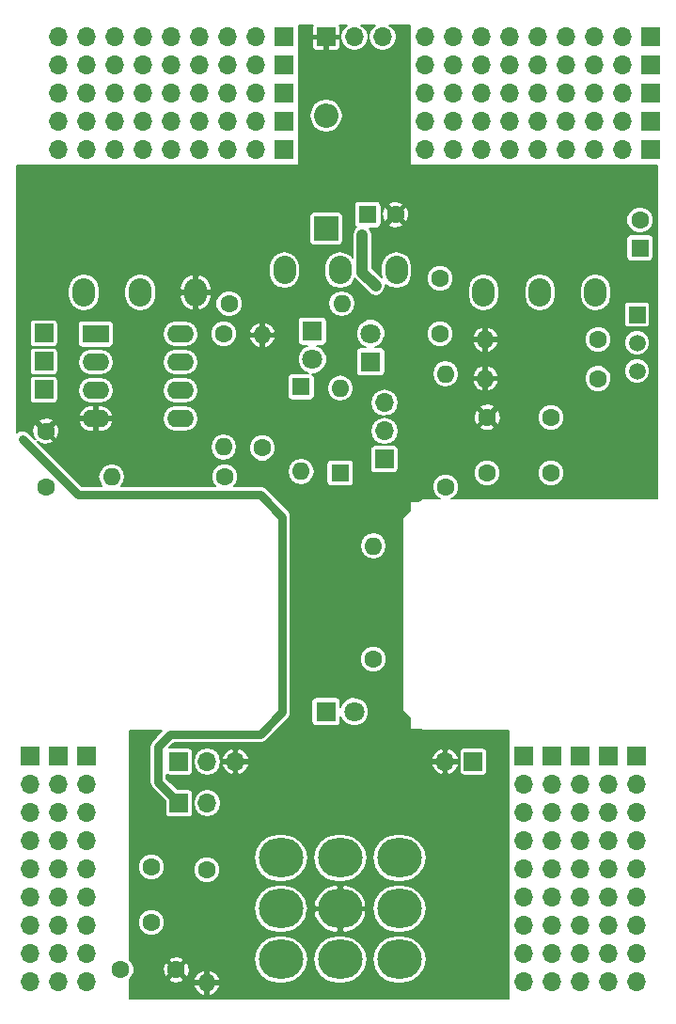
<source format=gbl>
G04 #@! TF.FileFunction,Copper,L2,Bot,Signal*
%FSLAX46Y46*%
G04 Gerber Fmt 4.6, Leading zero omitted, Abs format (unit mm)*
G04 Created by KiCad (PCBNEW 4.0.7) date 02/03/18 11:58:40*
%MOMM*%
%LPD*%
G01*
G04 APERTURE LIST*
%ADD10C,0.100000*%
%ADD11O,2.032000X2.540000*%
%ADD12R,1.700000X1.700000*%
%ADD13O,1.700000X1.700000*%
%ADD14O,4.000000X3.500000*%
%ADD15R,2.400000X1.600000*%
%ADD16O,2.400000X1.600000*%
%ADD17C,1.520000*%
%ADD18R,1.520000X1.520000*%
%ADD19C,1.600000*%
%ADD20R,2.200000X2.200000*%
%ADD21O,2.200000X2.200000*%
%ADD22R,1.800000X1.800000*%
%ADD23C,1.800000*%
%ADD24O,1.600000X1.600000*%
%ADD25R,1.600000X1.600000*%
%ADD26C,0.600000*%
%ADD27C,1.000000*%
%ADD28C,0.750000*%
%ADD29C,0.200000*%
G04 APERTURE END LIST*
D10*
D11*
X156260000Y-74644000D03*
X161260000Y-74644000D03*
X166340000Y-74644000D03*
D12*
X189200000Y-63814000D03*
D13*
X186660000Y-63814000D03*
X184120000Y-63814000D03*
X181580000Y-63814000D03*
X179040000Y-63814000D03*
X176500000Y-63814000D03*
X173960000Y-63814000D03*
X171420000Y-63814000D03*
X168880000Y-63814000D03*
D12*
X189200000Y-61274000D03*
D13*
X186660000Y-61274000D03*
X184120000Y-61274000D03*
X181580000Y-61274000D03*
X179040000Y-61274000D03*
X176500000Y-61274000D03*
X173960000Y-61274000D03*
X171420000Y-61274000D03*
X168880000Y-61274000D03*
D12*
X189200000Y-58734000D03*
D13*
X186660000Y-58734000D03*
X184120000Y-58734000D03*
X181580000Y-58734000D03*
X179040000Y-58734000D03*
X176500000Y-58734000D03*
X173960000Y-58734000D03*
X171420000Y-58734000D03*
X168880000Y-58734000D03*
D12*
X189200000Y-56194000D03*
D13*
X186660000Y-56194000D03*
X184120000Y-56194000D03*
X181580000Y-56194000D03*
X179040000Y-56194000D03*
X176500000Y-56194000D03*
X173960000Y-56194000D03*
X171420000Y-56194000D03*
X168880000Y-56194000D03*
D12*
X189200000Y-53654000D03*
D13*
X186660000Y-53654000D03*
X184120000Y-53654000D03*
X181580000Y-53654000D03*
X179040000Y-53654000D03*
X176500000Y-53654000D03*
X173960000Y-53654000D03*
X171420000Y-53654000D03*
X168880000Y-53654000D03*
D12*
X156180000Y-63814000D03*
D13*
X153640000Y-63814000D03*
X151100000Y-63814000D03*
X148560000Y-63814000D03*
X146020000Y-63814000D03*
X143480000Y-63814000D03*
X140940000Y-63814000D03*
X138400000Y-63814000D03*
X135860000Y-63814000D03*
D12*
X156180000Y-61274000D03*
D13*
X153640000Y-61274000D03*
X151100000Y-61274000D03*
X148560000Y-61274000D03*
X146020000Y-61274000D03*
X143480000Y-61274000D03*
X140940000Y-61274000D03*
X138400000Y-61274000D03*
X135860000Y-61274000D03*
D12*
X156180000Y-58734000D03*
D13*
X153640000Y-58734000D03*
X151100000Y-58734000D03*
X148560000Y-58734000D03*
X146020000Y-58734000D03*
X143480000Y-58734000D03*
X140940000Y-58734000D03*
X138400000Y-58734000D03*
X135860000Y-58734000D03*
D12*
X156180000Y-56194000D03*
D13*
X153640000Y-56194000D03*
X151100000Y-56194000D03*
X148560000Y-56194000D03*
X146020000Y-56194000D03*
X143480000Y-56194000D03*
X140940000Y-56194000D03*
X138400000Y-56194000D03*
X135860000Y-56194000D03*
D12*
X135860000Y-118424000D03*
D13*
X135860000Y-120964000D03*
X135860000Y-123504000D03*
X135860000Y-126044000D03*
X135860000Y-128584000D03*
X135860000Y-131124000D03*
X135860000Y-133664000D03*
X135860000Y-136204000D03*
X135860000Y-138744000D03*
D12*
X185390000Y-118424000D03*
D13*
X185390000Y-120964000D03*
X185390000Y-123504000D03*
X185390000Y-126044000D03*
X185390000Y-128584000D03*
X185390000Y-131124000D03*
X185390000Y-133664000D03*
X185390000Y-136204000D03*
X185390000Y-138744000D03*
D12*
X180310000Y-118424000D03*
D13*
X180310000Y-120964000D03*
X180310000Y-123504000D03*
X180310000Y-126044000D03*
X180310000Y-128584000D03*
X180310000Y-131124000D03*
X180310000Y-133664000D03*
X180310000Y-136204000D03*
X180310000Y-138744000D03*
D14*
X166594000Y-136716000D03*
X166594000Y-132144000D03*
X166594000Y-127572000D03*
X161260000Y-127572000D03*
X155926000Y-127572000D03*
X161260000Y-132144000D03*
X155926000Y-132144000D03*
X161260000Y-136716000D03*
X155926000Y-136716000D03*
D15*
X139260000Y-80394000D03*
D16*
X146880000Y-88014000D03*
X139260000Y-82934000D03*
X146880000Y-85474000D03*
X139260000Y-85474000D03*
X146880000Y-82934000D03*
X139260000Y-88014000D03*
X146880000Y-80394000D03*
D17*
X188010000Y-81184000D03*
X188010000Y-83724000D03*
D18*
X188010000Y-78644000D03*
D12*
X146760000Y-122644000D03*
D13*
X149300000Y-122644000D03*
D19*
X141510000Y-137644000D03*
X146510000Y-137644000D03*
X144260000Y-128394000D03*
X144260000Y-133394000D03*
X134760000Y-94144000D03*
X134760000Y-89144000D03*
X170260000Y-75394000D03*
X170260000Y-80394000D03*
X174510000Y-92894000D03*
X174510000Y-87894000D03*
X180260000Y-87894000D03*
X180260000Y-92894000D03*
D20*
X160010000Y-70894000D03*
D21*
X160010000Y-60734000D03*
D22*
X160010000Y-114394000D03*
D23*
X162550000Y-114394000D03*
D22*
X164010000Y-82894000D03*
D23*
X164010000Y-80354000D03*
D22*
X158760000Y-80144000D03*
D23*
X158760000Y-82684000D03*
D12*
X160010000Y-53644000D03*
D13*
X162550000Y-53644000D03*
X165090000Y-53644000D03*
D12*
X134590000Y-82864000D03*
X134590000Y-85404000D03*
X134590000Y-80324000D03*
D19*
X164260000Y-109644000D03*
D24*
X164260000Y-99484000D03*
D19*
X149260000Y-128644000D03*
D24*
X149260000Y-138804000D03*
D19*
X154260000Y-90644000D03*
D24*
X154260000Y-80484000D03*
D19*
X150760000Y-80394000D03*
D24*
X150760000Y-90554000D03*
D19*
X150860000Y-93244000D03*
D24*
X140700000Y-93244000D03*
D19*
X151260000Y-77644000D03*
D24*
X161420000Y-77644000D03*
D19*
X170760000Y-94144000D03*
D24*
X170760000Y-83984000D03*
D19*
X184510000Y-84394000D03*
D24*
X174350000Y-84394000D03*
D19*
X184510000Y-80894000D03*
D24*
X174350000Y-80894000D03*
D12*
X165260000Y-91644000D03*
D13*
X165260000Y-89104000D03*
X165260000Y-86564000D03*
D25*
X161260000Y-92894000D03*
D24*
X161260000Y-85274000D03*
D25*
X157760000Y-85144000D03*
D24*
X157760000Y-92764000D03*
D25*
X163760000Y-69644000D03*
D19*
X166260000Y-69644000D03*
D25*
X188260000Y-72644000D03*
D19*
X188260000Y-70144000D03*
D12*
X146760000Y-118894000D03*
D13*
X149300000Y-118894000D03*
X151840000Y-118894000D03*
D12*
X173260000Y-118894000D03*
D13*
X170720000Y-118894000D03*
D12*
X177770000Y-118424000D03*
D13*
X177770000Y-120964000D03*
X177770000Y-123504000D03*
X177770000Y-126044000D03*
X177770000Y-128584000D03*
X177770000Y-131124000D03*
X177770000Y-133664000D03*
X177770000Y-136204000D03*
X177770000Y-138744000D03*
D12*
X182850000Y-118424000D03*
D13*
X182850000Y-120964000D03*
X182850000Y-123504000D03*
X182850000Y-126044000D03*
X182850000Y-128584000D03*
X182850000Y-131124000D03*
X182850000Y-133664000D03*
X182850000Y-136204000D03*
X182850000Y-138744000D03*
D12*
X187930000Y-118424000D03*
D13*
X187930000Y-120964000D03*
X187930000Y-123504000D03*
X187930000Y-126044000D03*
X187930000Y-128584000D03*
X187930000Y-131124000D03*
X187930000Y-133664000D03*
X187930000Y-136204000D03*
X187930000Y-138744000D03*
D12*
X133320000Y-118424000D03*
D13*
X133320000Y-120964000D03*
X133320000Y-123504000D03*
X133320000Y-126044000D03*
X133320000Y-128584000D03*
X133320000Y-131124000D03*
X133320000Y-133664000D03*
X133320000Y-136204000D03*
X133320000Y-138744000D03*
D12*
X138400000Y-118424000D03*
D13*
X138400000Y-120964000D03*
X138400000Y-123504000D03*
X138400000Y-126044000D03*
X138400000Y-128584000D03*
X138400000Y-131124000D03*
X138400000Y-133664000D03*
X138400000Y-136204000D03*
X138400000Y-138744000D03*
D12*
X156180000Y-53654000D03*
D13*
X153640000Y-53654000D03*
X151100000Y-53654000D03*
X148560000Y-53654000D03*
X146020000Y-53654000D03*
X143480000Y-53654000D03*
X140940000Y-53654000D03*
X138400000Y-53654000D03*
X135860000Y-53654000D03*
D11*
X184260000Y-76644000D03*
X179260000Y-76644000D03*
X174180000Y-76644000D03*
X148260000Y-76644000D03*
X143260000Y-76644000D03*
X138180000Y-76644000D03*
D26*
X164460000Y-76044000D03*
X163260000Y-71444000D03*
X132660000Y-89844000D03*
D27*
X164460000Y-76044000D02*
X163260000Y-74844000D01*
X163260000Y-74844000D02*
X163260000Y-71444000D01*
D28*
X132660000Y-89844000D02*
X137660000Y-94844000D01*
X137660000Y-94844000D02*
X154060000Y-94844000D01*
X144860000Y-120744000D02*
X146760000Y-122644000D01*
X144860000Y-117544000D02*
X144860000Y-120744000D01*
X145960000Y-116444000D02*
X144860000Y-117544000D01*
X154060000Y-116444000D02*
X145960000Y-116444000D01*
X156060000Y-114444000D02*
X154060000Y-116444000D01*
X156060000Y-96844000D02*
X156060000Y-114444000D01*
X154060000Y-94844000D02*
X156060000Y-96844000D01*
D29*
G36*
X158760000Y-52714435D02*
X158760000Y-53390000D01*
X158860000Y-53490000D01*
X159856000Y-53490000D01*
X159856000Y-53470000D01*
X160164000Y-53470000D01*
X160164000Y-53490000D01*
X161160000Y-53490000D01*
X161260000Y-53390000D01*
X161260000Y-52714435D01*
X161199759Y-52569000D01*
X161915493Y-52569000D01*
X161666117Y-52735628D01*
X161395151Y-53141157D01*
X161300000Y-53619511D01*
X161300000Y-53668489D01*
X161395151Y-54146843D01*
X161666117Y-54552372D01*
X162071646Y-54823338D01*
X162550000Y-54918489D01*
X163028354Y-54823338D01*
X163433883Y-54552372D01*
X163704849Y-54146843D01*
X163800000Y-53668489D01*
X163800000Y-53619511D01*
X163704849Y-53141157D01*
X163433883Y-52735628D01*
X163184507Y-52569000D01*
X164455493Y-52569000D01*
X164206117Y-52735628D01*
X163935151Y-53141157D01*
X163840000Y-53619511D01*
X163840000Y-53668489D01*
X163935151Y-54146843D01*
X164206117Y-54552372D01*
X164611646Y-54823338D01*
X165090000Y-54918489D01*
X165568354Y-54823338D01*
X165973883Y-54552372D01*
X166244849Y-54146843D01*
X166340000Y-53668489D01*
X166340000Y-53619511D01*
X166244849Y-53141157D01*
X165973883Y-52735628D01*
X165724507Y-52569000D01*
X167510000Y-52569000D01*
X167510000Y-65084000D01*
X167517879Y-65122906D01*
X167540273Y-65155681D01*
X167573654Y-65177161D01*
X167610000Y-65184000D01*
X189835000Y-65184000D01*
X189835000Y-95219000D01*
X171300672Y-95219000D01*
X171438857Y-95161903D01*
X171776717Y-94824633D01*
X171959791Y-94383742D01*
X171960207Y-93906353D01*
X171777903Y-93465143D01*
X171444990Y-93131647D01*
X173309793Y-93131647D01*
X173492097Y-93572857D01*
X173829367Y-93910717D01*
X174270258Y-94093791D01*
X174747647Y-94094207D01*
X175188857Y-93911903D01*
X175526717Y-93574633D01*
X175709791Y-93133742D01*
X175709792Y-93131647D01*
X179059793Y-93131647D01*
X179242097Y-93572857D01*
X179579367Y-93910717D01*
X180020258Y-94093791D01*
X180497647Y-94094207D01*
X180938857Y-93911903D01*
X181276717Y-93574633D01*
X181459791Y-93133742D01*
X181460207Y-92656353D01*
X181277903Y-92215143D01*
X180940633Y-91877283D01*
X180499742Y-91694209D01*
X180022353Y-91693793D01*
X179581143Y-91876097D01*
X179243283Y-92213367D01*
X179060209Y-92654258D01*
X179059793Y-93131647D01*
X175709792Y-93131647D01*
X175710207Y-92656353D01*
X175527903Y-92215143D01*
X175190633Y-91877283D01*
X174749742Y-91694209D01*
X174272353Y-91693793D01*
X173831143Y-91876097D01*
X173493283Y-92213367D01*
X173310209Y-92654258D01*
X173309793Y-93131647D01*
X171444990Y-93131647D01*
X171440633Y-93127283D01*
X170999742Y-92944209D01*
X170522353Y-92943793D01*
X170081143Y-93126097D01*
X169743283Y-93463367D01*
X169560209Y-93904258D01*
X169559793Y-94381647D01*
X169742097Y-94822857D01*
X170079367Y-95160717D01*
X170219728Y-95219000D01*
X168760000Y-95219000D01*
X168597360Y-95251351D01*
X168597358Y-95251352D01*
X168597359Y-95251352D01*
X168459479Y-95343480D01*
X168338959Y-95464000D01*
X167610000Y-95464000D01*
X167571094Y-95471879D01*
X167538319Y-95494273D01*
X167516839Y-95527654D01*
X167510000Y-95564000D01*
X167510000Y-96292960D01*
X166959480Y-96843480D01*
X166867351Y-96981359D01*
X166867351Y-96981360D01*
X166835000Y-97144000D01*
X166835000Y-114144000D01*
X166861984Y-114279657D01*
X166867351Y-114306641D01*
X166959480Y-114444520D01*
X167510000Y-114995040D01*
X167510000Y-115884000D01*
X167517879Y-115922906D01*
X167540273Y-115955681D01*
X167573654Y-115977161D01*
X167610000Y-115984000D01*
X168518566Y-115984000D01*
X168551608Y-116006078D01*
X168597360Y-116036649D01*
X168760000Y-116069000D01*
X176400000Y-116069000D01*
X176400000Y-140219000D01*
X142310000Y-140219000D01*
X142310000Y-139142275D01*
X148108651Y-139142275D01*
X148325744Y-139557128D01*
X148685070Y-139857324D01*
X148921727Y-139955334D01*
X149106000Y-139893167D01*
X149106000Y-138958000D01*
X149414000Y-138958000D01*
X149414000Y-139893167D01*
X149598273Y-139955334D01*
X149834930Y-139857324D01*
X150194256Y-139557128D01*
X150411349Y-139142275D01*
X150350092Y-138958000D01*
X149414000Y-138958000D01*
X149106000Y-138958000D01*
X148169908Y-138958000D01*
X148108651Y-139142275D01*
X142310000Y-139142275D01*
X142310000Y-138540972D01*
X142311136Y-138539837D01*
X145831952Y-138539837D01*
X145921148Y-138716487D01*
X146376394Y-138860192D01*
X146851981Y-138818743D01*
X147098852Y-138716487D01*
X147188048Y-138539837D01*
X147113936Y-138465725D01*
X148108651Y-138465725D01*
X148169908Y-138650000D01*
X149106000Y-138650000D01*
X149106000Y-137714833D01*
X149414000Y-137714833D01*
X149414000Y-138650000D01*
X150350092Y-138650000D01*
X150411349Y-138465725D01*
X150194256Y-138050872D01*
X149834930Y-137750676D01*
X149598273Y-137652666D01*
X149414000Y-137714833D01*
X149106000Y-137714833D01*
X148921727Y-137652666D01*
X148685070Y-137750676D01*
X148325744Y-138050872D01*
X148108651Y-138465725D01*
X147113936Y-138465725D01*
X146510000Y-137861789D01*
X145831952Y-138539837D01*
X142311136Y-138539837D01*
X142526717Y-138324633D01*
X142709791Y-137883742D01*
X142710116Y-137510394D01*
X145293808Y-137510394D01*
X145335257Y-137985981D01*
X145437513Y-138232852D01*
X145614163Y-138322048D01*
X146292211Y-137644000D01*
X146727789Y-137644000D01*
X147405837Y-138322048D01*
X147582487Y-138232852D01*
X147726192Y-137777606D01*
X147684743Y-137302019D01*
X147582487Y-137055148D01*
X147405837Y-136965952D01*
X146727789Y-137644000D01*
X146292211Y-137644000D01*
X145614163Y-136965952D01*
X145437513Y-137055148D01*
X145293808Y-137510394D01*
X142710116Y-137510394D01*
X142710207Y-137406353D01*
X142527903Y-136965143D01*
X142311302Y-136748163D01*
X145831952Y-136748163D01*
X146510000Y-137426211D01*
X147188048Y-136748163D01*
X147171808Y-136716000D01*
X153478981Y-136716000D01*
X153642640Y-137538769D01*
X154108701Y-138236280D01*
X154806212Y-138702341D01*
X155628981Y-138866000D01*
X156223019Y-138866000D01*
X157045788Y-138702341D01*
X157743299Y-138236280D01*
X158209360Y-137538769D01*
X158373019Y-136716000D01*
X158812981Y-136716000D01*
X158976640Y-137538769D01*
X159442701Y-138236280D01*
X160140212Y-138702341D01*
X160962981Y-138866000D01*
X161557019Y-138866000D01*
X162379788Y-138702341D01*
X163077299Y-138236280D01*
X163543360Y-137538769D01*
X163707019Y-136716000D01*
X164146981Y-136716000D01*
X164310640Y-137538769D01*
X164776701Y-138236280D01*
X165474212Y-138702341D01*
X166296981Y-138866000D01*
X166891019Y-138866000D01*
X167713788Y-138702341D01*
X168411299Y-138236280D01*
X168877360Y-137538769D01*
X169041019Y-136716000D01*
X168877360Y-135893231D01*
X168411299Y-135195720D01*
X167713788Y-134729659D01*
X166891019Y-134566000D01*
X166296981Y-134566000D01*
X165474212Y-134729659D01*
X164776701Y-135195720D01*
X164310640Y-135893231D01*
X164146981Y-136716000D01*
X163707019Y-136716000D01*
X163543360Y-135893231D01*
X163077299Y-135195720D01*
X162379788Y-134729659D01*
X161557019Y-134566000D01*
X160962981Y-134566000D01*
X160140212Y-134729659D01*
X159442701Y-135195720D01*
X158976640Y-135893231D01*
X158812981Y-136716000D01*
X158373019Y-136716000D01*
X158209360Y-135893231D01*
X157743299Y-135195720D01*
X157045788Y-134729659D01*
X156223019Y-134566000D01*
X155628981Y-134566000D01*
X154806212Y-134729659D01*
X154108701Y-135195720D01*
X153642640Y-135893231D01*
X153478981Y-136716000D01*
X147171808Y-136716000D01*
X147098852Y-136571513D01*
X146643606Y-136427808D01*
X146168019Y-136469257D01*
X145921148Y-136571513D01*
X145831952Y-136748163D01*
X142311302Y-136748163D01*
X142310000Y-136746859D01*
X142310000Y-133631647D01*
X143059793Y-133631647D01*
X143242097Y-134072857D01*
X143579367Y-134410717D01*
X144020258Y-134593791D01*
X144497647Y-134594207D01*
X144938857Y-134411903D01*
X145276717Y-134074633D01*
X145459791Y-133633742D01*
X145460207Y-133156353D01*
X145277903Y-132715143D01*
X144940633Y-132377283D01*
X144499742Y-132194209D01*
X144022353Y-132193793D01*
X143581143Y-132376097D01*
X143243283Y-132713367D01*
X143060209Y-133154258D01*
X143059793Y-133631647D01*
X142310000Y-133631647D01*
X142310000Y-132144000D01*
X153478981Y-132144000D01*
X153642640Y-132966769D01*
X154108701Y-133664280D01*
X154806212Y-134130341D01*
X155628981Y-134294000D01*
X156223019Y-134294000D01*
X157045788Y-134130341D01*
X157743299Y-133664280D01*
X158209360Y-132966769D01*
X158276034Y-132631574D01*
X158916015Y-132631574D01*
X158938481Y-132740055D01*
X159324266Y-133487419D01*
X159966689Y-134030260D01*
X160767947Y-134285935D01*
X161106000Y-134197430D01*
X161106000Y-132298000D01*
X161414000Y-132298000D01*
X161414000Y-134197430D01*
X161752053Y-134285935D01*
X162553311Y-134030260D01*
X163195734Y-133487419D01*
X163581519Y-132740055D01*
X163603985Y-132631574D01*
X163554207Y-132298000D01*
X161414000Y-132298000D01*
X161106000Y-132298000D01*
X158965793Y-132298000D01*
X158916015Y-132631574D01*
X158276034Y-132631574D01*
X158373019Y-132144000D01*
X164146981Y-132144000D01*
X164310640Y-132966769D01*
X164776701Y-133664280D01*
X165474212Y-134130341D01*
X166296981Y-134294000D01*
X166891019Y-134294000D01*
X167713788Y-134130341D01*
X168411299Y-133664280D01*
X168877360Y-132966769D01*
X169041019Y-132144000D01*
X168877360Y-131321231D01*
X168411299Y-130623720D01*
X167713788Y-130157659D01*
X166891019Y-129994000D01*
X166296981Y-129994000D01*
X165474212Y-130157659D01*
X164776701Y-130623720D01*
X164310640Y-131321231D01*
X164146981Y-132144000D01*
X158373019Y-132144000D01*
X158276035Y-131656426D01*
X158916015Y-131656426D01*
X158965793Y-131990000D01*
X161106000Y-131990000D01*
X161106000Y-130090570D01*
X161414000Y-130090570D01*
X161414000Y-131990000D01*
X163554207Y-131990000D01*
X163603985Y-131656426D01*
X163581519Y-131547945D01*
X163195734Y-130800581D01*
X162553311Y-130257740D01*
X161752053Y-130002065D01*
X161414000Y-130090570D01*
X161106000Y-130090570D01*
X160767947Y-130002065D01*
X159966689Y-130257740D01*
X159324266Y-130800581D01*
X158938481Y-131547945D01*
X158916015Y-131656426D01*
X158276035Y-131656426D01*
X158209360Y-131321231D01*
X157743299Y-130623720D01*
X157045788Y-130157659D01*
X156223019Y-129994000D01*
X155628981Y-129994000D01*
X154806212Y-130157659D01*
X154108701Y-130623720D01*
X153642640Y-131321231D01*
X153478981Y-132144000D01*
X142310000Y-132144000D01*
X142310000Y-128631647D01*
X143059793Y-128631647D01*
X143242097Y-129072857D01*
X143579367Y-129410717D01*
X144020258Y-129593791D01*
X144497647Y-129594207D01*
X144938857Y-129411903D01*
X145276717Y-129074633D01*
X145356851Y-128881647D01*
X148059793Y-128881647D01*
X148242097Y-129322857D01*
X148579367Y-129660717D01*
X149020258Y-129843791D01*
X149497647Y-129844207D01*
X149938857Y-129661903D01*
X150276717Y-129324633D01*
X150459791Y-128883742D01*
X150460207Y-128406353D01*
X150277903Y-127965143D01*
X149940633Y-127627283D01*
X149807497Y-127572000D01*
X153478981Y-127572000D01*
X153642640Y-128394769D01*
X154108701Y-129092280D01*
X154806212Y-129558341D01*
X155628981Y-129722000D01*
X156223019Y-129722000D01*
X157045788Y-129558341D01*
X157743299Y-129092280D01*
X158209360Y-128394769D01*
X158373019Y-127572000D01*
X158812981Y-127572000D01*
X158976640Y-128394769D01*
X159442701Y-129092280D01*
X160140212Y-129558341D01*
X160962981Y-129722000D01*
X161557019Y-129722000D01*
X162379788Y-129558341D01*
X163077299Y-129092280D01*
X163543360Y-128394769D01*
X163707019Y-127572000D01*
X164146981Y-127572000D01*
X164310640Y-128394769D01*
X164776701Y-129092280D01*
X165474212Y-129558341D01*
X166296981Y-129722000D01*
X166891019Y-129722000D01*
X167713788Y-129558341D01*
X168411299Y-129092280D01*
X168877360Y-128394769D01*
X169041019Y-127572000D01*
X168877360Y-126749231D01*
X168411299Y-126051720D01*
X167713788Y-125585659D01*
X166891019Y-125422000D01*
X166296981Y-125422000D01*
X165474212Y-125585659D01*
X164776701Y-126051720D01*
X164310640Y-126749231D01*
X164146981Y-127572000D01*
X163707019Y-127572000D01*
X163543360Y-126749231D01*
X163077299Y-126051720D01*
X162379788Y-125585659D01*
X161557019Y-125422000D01*
X160962981Y-125422000D01*
X160140212Y-125585659D01*
X159442701Y-126051720D01*
X158976640Y-126749231D01*
X158812981Y-127572000D01*
X158373019Y-127572000D01*
X158209360Y-126749231D01*
X157743299Y-126051720D01*
X157045788Y-125585659D01*
X156223019Y-125422000D01*
X155628981Y-125422000D01*
X154806212Y-125585659D01*
X154108701Y-126051720D01*
X153642640Y-126749231D01*
X153478981Y-127572000D01*
X149807497Y-127572000D01*
X149499742Y-127444209D01*
X149022353Y-127443793D01*
X148581143Y-127626097D01*
X148243283Y-127963367D01*
X148060209Y-128404258D01*
X148059793Y-128881647D01*
X145356851Y-128881647D01*
X145459791Y-128633742D01*
X145460207Y-128156353D01*
X145277903Y-127715143D01*
X144940633Y-127377283D01*
X144499742Y-127194209D01*
X144022353Y-127193793D01*
X143581143Y-127376097D01*
X143243283Y-127713367D01*
X143060209Y-128154258D01*
X143059793Y-128631647D01*
X142310000Y-128631647D01*
X142310000Y-116069000D01*
X145238984Y-116069000D01*
X144311992Y-116995992D01*
X144143993Y-117247420D01*
X144085000Y-117544000D01*
X144085000Y-120744000D01*
X144143993Y-121040580D01*
X144311992Y-121292008D01*
X145502164Y-122482180D01*
X145502164Y-123494000D01*
X145530056Y-123642231D01*
X145617660Y-123778372D01*
X145751329Y-123869704D01*
X145910000Y-123901836D01*
X147610000Y-123901836D01*
X147758231Y-123873944D01*
X147894372Y-123786340D01*
X147985704Y-123652671D01*
X148017836Y-123494000D01*
X148017836Y-122619511D01*
X148050000Y-122619511D01*
X148050000Y-122668489D01*
X148145151Y-123146843D01*
X148416117Y-123552372D01*
X148821646Y-123823338D01*
X149300000Y-123918489D01*
X149778354Y-123823338D01*
X150183883Y-123552372D01*
X150454849Y-123146843D01*
X150550000Y-122668489D01*
X150550000Y-122619511D01*
X150454849Y-122141157D01*
X150183883Y-121735628D01*
X149778354Y-121464662D01*
X149300000Y-121369511D01*
X148821646Y-121464662D01*
X148416117Y-121735628D01*
X148145151Y-122141157D01*
X148050000Y-122619511D01*
X148017836Y-122619511D01*
X148017836Y-121794000D01*
X147989944Y-121645769D01*
X147902340Y-121509628D01*
X147768671Y-121418296D01*
X147610000Y-121386164D01*
X146598180Y-121386164D01*
X145635000Y-120422984D01*
X145635000Y-120040220D01*
X145751329Y-120119704D01*
X145910000Y-120151836D01*
X147610000Y-120151836D01*
X147758231Y-120123944D01*
X147894372Y-120036340D01*
X147985704Y-119902671D01*
X148017836Y-119744000D01*
X148017836Y-118869511D01*
X148050000Y-118869511D01*
X148050000Y-118918489D01*
X148145151Y-119396843D01*
X148416117Y-119802372D01*
X148821646Y-120073338D01*
X149300000Y-120168489D01*
X149778354Y-120073338D01*
X150183883Y-119802372D01*
X150454849Y-119396843D01*
X150486015Y-119240160D01*
X150638872Y-119240160D01*
X150862772Y-119673462D01*
X151235446Y-119988098D01*
X151493843Y-120095114D01*
X151686000Y-120033642D01*
X151686000Y-119048000D01*
X151994000Y-119048000D01*
X151994000Y-120033642D01*
X152186157Y-120095114D01*
X152444554Y-119988098D01*
X152817228Y-119673462D01*
X153041128Y-119240160D01*
X169518872Y-119240160D01*
X169742772Y-119673462D01*
X170115446Y-119988098D01*
X170373843Y-120095114D01*
X170566000Y-120033642D01*
X170566000Y-119048000D01*
X170874000Y-119048000D01*
X170874000Y-120033642D01*
X171066157Y-120095114D01*
X171324554Y-119988098D01*
X171697228Y-119673462D01*
X171921128Y-119240160D01*
X171860491Y-119048000D01*
X170874000Y-119048000D01*
X170566000Y-119048000D01*
X169579509Y-119048000D01*
X169518872Y-119240160D01*
X153041128Y-119240160D01*
X152980491Y-119048000D01*
X151994000Y-119048000D01*
X151686000Y-119048000D01*
X150699509Y-119048000D01*
X150638872Y-119240160D01*
X150486015Y-119240160D01*
X150550000Y-118918489D01*
X150550000Y-118869511D01*
X150486016Y-118547840D01*
X150638872Y-118547840D01*
X150699509Y-118740000D01*
X151686000Y-118740000D01*
X151686000Y-117754358D01*
X151994000Y-117754358D01*
X151994000Y-118740000D01*
X152980491Y-118740000D01*
X153041128Y-118547840D01*
X169518872Y-118547840D01*
X169579509Y-118740000D01*
X170566000Y-118740000D01*
X170566000Y-117754358D01*
X170874000Y-117754358D01*
X170874000Y-118740000D01*
X171860491Y-118740000D01*
X171921128Y-118547840D01*
X171697228Y-118114538D01*
X171613679Y-118044000D01*
X172002164Y-118044000D01*
X172002164Y-119744000D01*
X172030056Y-119892231D01*
X172117660Y-120028372D01*
X172251329Y-120119704D01*
X172410000Y-120151836D01*
X174110000Y-120151836D01*
X174258231Y-120123944D01*
X174394372Y-120036340D01*
X174485704Y-119902671D01*
X174517836Y-119744000D01*
X174517836Y-118044000D01*
X174489944Y-117895769D01*
X174402340Y-117759628D01*
X174268671Y-117668296D01*
X174110000Y-117636164D01*
X172410000Y-117636164D01*
X172261769Y-117664056D01*
X172125628Y-117751660D01*
X172034296Y-117885329D01*
X172002164Y-118044000D01*
X171613679Y-118044000D01*
X171324554Y-117799902D01*
X171066157Y-117692886D01*
X170874000Y-117754358D01*
X170566000Y-117754358D01*
X170373843Y-117692886D01*
X170115446Y-117799902D01*
X169742772Y-118114538D01*
X169518872Y-118547840D01*
X153041128Y-118547840D01*
X152817228Y-118114538D01*
X152444554Y-117799902D01*
X152186157Y-117692886D01*
X151994000Y-117754358D01*
X151686000Y-117754358D01*
X151493843Y-117692886D01*
X151235446Y-117799902D01*
X150862772Y-118114538D01*
X150638872Y-118547840D01*
X150486016Y-118547840D01*
X150454849Y-118391157D01*
X150183883Y-117985628D01*
X149778354Y-117714662D01*
X149300000Y-117619511D01*
X148821646Y-117714662D01*
X148416117Y-117985628D01*
X148145151Y-118391157D01*
X148050000Y-118869511D01*
X148017836Y-118869511D01*
X148017836Y-118044000D01*
X147989944Y-117895769D01*
X147902340Y-117759628D01*
X147768671Y-117668296D01*
X147610000Y-117636164D01*
X145910000Y-117636164D01*
X145853156Y-117646860D01*
X146281016Y-117219000D01*
X154060000Y-117219000D01*
X154356580Y-117160007D01*
X154608008Y-116992008D01*
X156608008Y-114992008D01*
X156776007Y-114740580D01*
X156835000Y-114444000D01*
X156835000Y-113494000D01*
X158702164Y-113494000D01*
X158702164Y-115294000D01*
X158730056Y-115442231D01*
X158817660Y-115578372D01*
X158951329Y-115669704D01*
X159110000Y-115701836D01*
X160910000Y-115701836D01*
X161058231Y-115673944D01*
X161194372Y-115586340D01*
X161285704Y-115452671D01*
X161317836Y-115294000D01*
X161317836Y-114816174D01*
X161447271Y-115129429D01*
X161812647Y-115495444D01*
X162290279Y-115693774D01*
X162807452Y-115694226D01*
X163285429Y-115496729D01*
X163651444Y-115131353D01*
X163849774Y-114653721D01*
X163850226Y-114136548D01*
X163652729Y-113658571D01*
X163287353Y-113292556D01*
X162809721Y-113094226D01*
X162292548Y-113093774D01*
X161814571Y-113291271D01*
X161448556Y-113656647D01*
X161317836Y-113971456D01*
X161317836Y-113494000D01*
X161289944Y-113345769D01*
X161202340Y-113209628D01*
X161068671Y-113118296D01*
X160910000Y-113086164D01*
X159110000Y-113086164D01*
X158961769Y-113114056D01*
X158825628Y-113201660D01*
X158734296Y-113335329D01*
X158702164Y-113494000D01*
X156835000Y-113494000D01*
X156835000Y-109881647D01*
X163059793Y-109881647D01*
X163242097Y-110322857D01*
X163579367Y-110660717D01*
X164020258Y-110843791D01*
X164497647Y-110844207D01*
X164938857Y-110661903D01*
X165276717Y-110324633D01*
X165459791Y-109883742D01*
X165460207Y-109406353D01*
X165277903Y-108965143D01*
X164940633Y-108627283D01*
X164499742Y-108444209D01*
X164022353Y-108443793D01*
X163581143Y-108626097D01*
X163243283Y-108963367D01*
X163060209Y-109404258D01*
X163059793Y-109881647D01*
X156835000Y-109881647D01*
X156835000Y-99460491D01*
X163060000Y-99460491D01*
X163060000Y-99507509D01*
X163151345Y-99966729D01*
X163411472Y-100356037D01*
X163800780Y-100616164D01*
X164260000Y-100707509D01*
X164719220Y-100616164D01*
X165108528Y-100356037D01*
X165368655Y-99966729D01*
X165460000Y-99507509D01*
X165460000Y-99460491D01*
X165368655Y-99001271D01*
X165108528Y-98611963D01*
X164719220Y-98351836D01*
X164260000Y-98260491D01*
X163800780Y-98351836D01*
X163411472Y-98611963D01*
X163151345Y-99001271D01*
X163060000Y-99460491D01*
X156835000Y-99460491D01*
X156835000Y-96844000D01*
X156776007Y-96547420D01*
X156608008Y-96295992D01*
X154608008Y-94295992D01*
X154356580Y-94127993D01*
X154060000Y-94069000D01*
X151732097Y-94069000D01*
X151876717Y-93924633D01*
X152059791Y-93483742D01*
X152060207Y-93006353D01*
X151950356Y-92740491D01*
X156560000Y-92740491D01*
X156560000Y-92787509D01*
X156651345Y-93246729D01*
X156911472Y-93636037D01*
X157300780Y-93896164D01*
X157760000Y-93987509D01*
X158219220Y-93896164D01*
X158608528Y-93636037D01*
X158868655Y-93246729D01*
X158960000Y-92787509D01*
X158960000Y-92740491D01*
X158868655Y-92281271D01*
X158743525Y-92094000D01*
X160052164Y-92094000D01*
X160052164Y-93694000D01*
X160080056Y-93842231D01*
X160167660Y-93978372D01*
X160301329Y-94069704D01*
X160460000Y-94101836D01*
X162060000Y-94101836D01*
X162208231Y-94073944D01*
X162344372Y-93986340D01*
X162435704Y-93852671D01*
X162467836Y-93694000D01*
X162467836Y-92094000D01*
X162439944Y-91945769D01*
X162352340Y-91809628D01*
X162218671Y-91718296D01*
X162060000Y-91686164D01*
X160460000Y-91686164D01*
X160311769Y-91714056D01*
X160175628Y-91801660D01*
X160084296Y-91935329D01*
X160052164Y-92094000D01*
X158743525Y-92094000D01*
X158608528Y-91891963D01*
X158219220Y-91631836D01*
X157760000Y-91540491D01*
X157300780Y-91631836D01*
X156911472Y-91891963D01*
X156651345Y-92281271D01*
X156560000Y-92740491D01*
X151950356Y-92740491D01*
X151877903Y-92565143D01*
X151540633Y-92227283D01*
X151099742Y-92044209D01*
X150622353Y-92043793D01*
X150181143Y-92226097D01*
X149843283Y-92563367D01*
X149660209Y-93004258D01*
X149659793Y-93481647D01*
X149842097Y-93922857D01*
X149987985Y-94069000D01*
X141587758Y-94069000D01*
X141832164Y-93703220D01*
X141923509Y-93244000D01*
X141832164Y-92784780D01*
X141572037Y-92395472D01*
X141182729Y-92135345D01*
X140723509Y-92044000D01*
X140676491Y-92044000D01*
X140217271Y-92135345D01*
X139827963Y-92395472D01*
X139567836Y-92784780D01*
X139476491Y-93244000D01*
X139567836Y-93703220D01*
X139812242Y-94069000D01*
X137981016Y-94069000D01*
X134442507Y-90530491D01*
X149560000Y-90530491D01*
X149560000Y-90577509D01*
X149651345Y-91036729D01*
X149911472Y-91426037D01*
X150300780Y-91686164D01*
X150760000Y-91777509D01*
X151219220Y-91686164D01*
X151608528Y-91426037D01*
X151868655Y-91036729D01*
X151899502Y-90881647D01*
X153059793Y-90881647D01*
X153242097Y-91322857D01*
X153579367Y-91660717D01*
X154020258Y-91843791D01*
X154497647Y-91844207D01*
X154938857Y-91661903D01*
X155276717Y-91324633D01*
X155459791Y-90883742D01*
X155459869Y-90794000D01*
X164002164Y-90794000D01*
X164002164Y-92494000D01*
X164030056Y-92642231D01*
X164117660Y-92778372D01*
X164251329Y-92869704D01*
X164410000Y-92901836D01*
X166110000Y-92901836D01*
X166258231Y-92873944D01*
X166394372Y-92786340D01*
X166485704Y-92652671D01*
X166517836Y-92494000D01*
X166517836Y-90794000D01*
X166489944Y-90645769D01*
X166402340Y-90509628D01*
X166268671Y-90418296D01*
X166110000Y-90386164D01*
X164410000Y-90386164D01*
X164261769Y-90414056D01*
X164125628Y-90501660D01*
X164034296Y-90635329D01*
X164002164Y-90794000D01*
X155459869Y-90794000D01*
X155460207Y-90406353D01*
X155277903Y-89965143D01*
X154940633Y-89627283D01*
X154499742Y-89444209D01*
X154022353Y-89443793D01*
X153581143Y-89626097D01*
X153243283Y-89963367D01*
X153060209Y-90404258D01*
X153059793Y-90881647D01*
X151899502Y-90881647D01*
X151960000Y-90577509D01*
X151960000Y-90530491D01*
X151868655Y-90071271D01*
X151608528Y-89681963D01*
X151219220Y-89421836D01*
X150760000Y-89330491D01*
X150300780Y-89421836D01*
X149911472Y-89681963D01*
X149651345Y-90071271D01*
X149560000Y-90530491D01*
X134442507Y-90530491D01*
X134016904Y-90104888D01*
X134081953Y-90039839D01*
X134171148Y-90216487D01*
X134626394Y-90360192D01*
X135101981Y-90318743D01*
X135348852Y-90216487D01*
X135438048Y-90039837D01*
X134760000Y-89361789D01*
X134745858Y-89375931D01*
X134528069Y-89158142D01*
X134542211Y-89144000D01*
X134977789Y-89144000D01*
X135655837Y-89822048D01*
X135832487Y-89732852D01*
X135976192Y-89277606D01*
X135934743Y-88802019D01*
X135832487Y-88555148D01*
X135655837Y-88465952D01*
X134977789Y-89144000D01*
X134542211Y-89144000D01*
X133864163Y-88465952D01*
X133687513Y-88555148D01*
X133543808Y-89010394D01*
X133585257Y-89485981D01*
X133687513Y-89732852D01*
X133864161Y-89822047D01*
X133799112Y-89887096D01*
X133208008Y-89295992D01*
X132956580Y-89127993D01*
X132660000Y-89069000D01*
X132363420Y-89127993D01*
X132185000Y-89247210D01*
X132185000Y-88248163D01*
X134081952Y-88248163D01*
X134760000Y-88926211D01*
X135333938Y-88352273D01*
X137708666Y-88352273D01*
X137902577Y-88753633D01*
X138258502Y-89063722D01*
X138706000Y-89214000D01*
X139106000Y-89214000D01*
X139106000Y-88168000D01*
X139414000Y-88168000D01*
X139414000Y-89214000D01*
X139814000Y-89214000D01*
X140261498Y-89063722D01*
X140617423Y-88753633D01*
X140811334Y-88352273D01*
X140749167Y-88168000D01*
X139414000Y-88168000D01*
X139106000Y-88168000D01*
X137770833Y-88168000D01*
X137708666Y-88352273D01*
X135333938Y-88352273D01*
X135438048Y-88248163D01*
X135348852Y-88071513D01*
X135166656Y-88014000D01*
X145248654Y-88014000D01*
X145339999Y-88473220D01*
X145600126Y-88862528D01*
X145989434Y-89122655D01*
X146448654Y-89214000D01*
X147311346Y-89214000D01*
X147770566Y-89122655D01*
X147798485Y-89104000D01*
X163985511Y-89104000D01*
X164080662Y-89582354D01*
X164351628Y-89987883D01*
X164757157Y-90258849D01*
X165235511Y-90354000D01*
X165284489Y-90354000D01*
X165762843Y-90258849D01*
X166168372Y-89987883D01*
X166439338Y-89582354D01*
X166534489Y-89104000D01*
X166471998Y-88789837D01*
X173831952Y-88789837D01*
X173921148Y-88966487D01*
X174376394Y-89110192D01*
X174851981Y-89068743D01*
X175098852Y-88966487D01*
X175188048Y-88789837D01*
X174510000Y-88111789D01*
X173831952Y-88789837D01*
X166471998Y-88789837D01*
X166439338Y-88625646D01*
X166168372Y-88220117D01*
X165762843Y-87949151D01*
X165284489Y-87854000D01*
X165235511Y-87854000D01*
X164757157Y-87949151D01*
X164351628Y-88220117D01*
X164080662Y-88625646D01*
X163985511Y-89104000D01*
X147798485Y-89104000D01*
X148159874Y-88862528D01*
X148420001Y-88473220D01*
X148511346Y-88014000D01*
X148420001Y-87554780D01*
X148159874Y-87165472D01*
X147770566Y-86905345D01*
X147311346Y-86814000D01*
X146448654Y-86814000D01*
X145989434Y-86905345D01*
X145600126Y-87165472D01*
X145339999Y-87554780D01*
X145248654Y-88014000D01*
X135166656Y-88014000D01*
X134893606Y-87927808D01*
X134418019Y-87969257D01*
X134171148Y-88071513D01*
X134081952Y-88248163D01*
X132185000Y-88248163D01*
X132185000Y-87675727D01*
X137708666Y-87675727D01*
X137770833Y-87860000D01*
X139106000Y-87860000D01*
X139106000Y-86814000D01*
X139414000Y-86814000D01*
X139414000Y-87860000D01*
X140749167Y-87860000D01*
X140811334Y-87675727D01*
X140617423Y-87274367D01*
X140261498Y-86964278D01*
X139814000Y-86814000D01*
X139414000Y-86814000D01*
X139106000Y-86814000D01*
X138706000Y-86814000D01*
X138258502Y-86964278D01*
X137902577Y-87274367D01*
X137708666Y-87675727D01*
X132185000Y-87675727D01*
X132185000Y-84554000D01*
X133332164Y-84554000D01*
X133332164Y-86254000D01*
X133360056Y-86402231D01*
X133447660Y-86538372D01*
X133581329Y-86629704D01*
X133740000Y-86661836D01*
X135440000Y-86661836D01*
X135588231Y-86633944D01*
X135724372Y-86546340D01*
X135815704Y-86412671D01*
X135847836Y-86254000D01*
X135847836Y-85474000D01*
X137628654Y-85474000D01*
X137719999Y-85933220D01*
X137980126Y-86322528D01*
X138369434Y-86582655D01*
X138828654Y-86674000D01*
X139691346Y-86674000D01*
X140150566Y-86582655D01*
X140539874Y-86322528D01*
X140800001Y-85933220D01*
X140891346Y-85474000D01*
X145248654Y-85474000D01*
X145339999Y-85933220D01*
X145600126Y-86322528D01*
X145989434Y-86582655D01*
X146448654Y-86674000D01*
X147311346Y-86674000D01*
X147770566Y-86582655D01*
X147798485Y-86564000D01*
X163985511Y-86564000D01*
X164080662Y-87042354D01*
X164351628Y-87447883D01*
X164757157Y-87718849D01*
X165235511Y-87814000D01*
X165284489Y-87814000D01*
X165553983Y-87760394D01*
X173293808Y-87760394D01*
X173335257Y-88235981D01*
X173437513Y-88482852D01*
X173614163Y-88572048D01*
X174292211Y-87894000D01*
X174727789Y-87894000D01*
X175405837Y-88572048D01*
X175582487Y-88482852D01*
X175693349Y-88131647D01*
X179059793Y-88131647D01*
X179242097Y-88572857D01*
X179579367Y-88910717D01*
X180020258Y-89093791D01*
X180497647Y-89094207D01*
X180938857Y-88911903D01*
X181276717Y-88574633D01*
X181459791Y-88133742D01*
X181460207Y-87656353D01*
X181277903Y-87215143D01*
X180940633Y-86877283D01*
X180499742Y-86694209D01*
X180022353Y-86693793D01*
X179581143Y-86876097D01*
X179243283Y-87213367D01*
X179060209Y-87654258D01*
X179059793Y-88131647D01*
X175693349Y-88131647D01*
X175726192Y-88027606D01*
X175684743Y-87552019D01*
X175582487Y-87305148D01*
X175405837Y-87215952D01*
X174727789Y-87894000D01*
X174292211Y-87894000D01*
X173614163Y-87215952D01*
X173437513Y-87305148D01*
X173293808Y-87760394D01*
X165553983Y-87760394D01*
X165762843Y-87718849D01*
X166168372Y-87447883D01*
X166439338Y-87042354D01*
X166448128Y-86998163D01*
X173831952Y-86998163D01*
X174510000Y-87676211D01*
X175188048Y-86998163D01*
X175098852Y-86821513D01*
X174643606Y-86677808D01*
X174168019Y-86719257D01*
X173921148Y-86821513D01*
X173831952Y-86998163D01*
X166448128Y-86998163D01*
X166534489Y-86564000D01*
X166439338Y-86085646D01*
X166168372Y-85680117D01*
X165762843Y-85409151D01*
X165284489Y-85314000D01*
X165235511Y-85314000D01*
X164757157Y-85409151D01*
X164351628Y-85680117D01*
X164080662Y-86085646D01*
X163985511Y-86564000D01*
X147798485Y-86564000D01*
X148159874Y-86322528D01*
X148420001Y-85933220D01*
X148511346Y-85474000D01*
X148420001Y-85014780D01*
X148159874Y-84625472D01*
X147770566Y-84365345D01*
X147663258Y-84344000D01*
X156552164Y-84344000D01*
X156552164Y-85944000D01*
X156580056Y-86092231D01*
X156667660Y-86228372D01*
X156801329Y-86319704D01*
X156960000Y-86351836D01*
X158560000Y-86351836D01*
X158708231Y-86323944D01*
X158844372Y-86236340D01*
X158935704Y-86102671D01*
X158967836Y-85944000D01*
X158967836Y-85250491D01*
X160060000Y-85250491D01*
X160060000Y-85297509D01*
X160151345Y-85756729D01*
X160411472Y-86146037D01*
X160800780Y-86406164D01*
X161260000Y-86497509D01*
X161719220Y-86406164D01*
X162108528Y-86146037D01*
X162368655Y-85756729D01*
X162460000Y-85297509D01*
X162460000Y-85250491D01*
X162368655Y-84791271D01*
X162108528Y-84401963D01*
X161719220Y-84141836D01*
X161260000Y-84050491D01*
X160800780Y-84141836D01*
X160411472Y-84401963D01*
X160151345Y-84791271D01*
X160060000Y-85250491D01*
X158967836Y-85250491D01*
X158967836Y-84344000D01*
X158939944Y-84195769D01*
X158852340Y-84059628D01*
X158741633Y-83983985D01*
X159017452Y-83984226D01*
X159495429Y-83786729D01*
X159861444Y-83421353D01*
X160059774Y-82943721D01*
X160060226Y-82426548D01*
X159881500Y-81994000D01*
X162702164Y-81994000D01*
X162702164Y-83794000D01*
X162730056Y-83942231D01*
X162817660Y-84078372D01*
X162951329Y-84169704D01*
X163110000Y-84201836D01*
X164910000Y-84201836D01*
X165058231Y-84173944D01*
X165194372Y-84086340D01*
X165280360Y-83960491D01*
X169560000Y-83960491D01*
X169560000Y-84007509D01*
X169651345Y-84466729D01*
X169911472Y-84856037D01*
X170300780Y-85116164D01*
X170760000Y-85207509D01*
X171219220Y-85116164D01*
X171608528Y-84856037D01*
X171691224Y-84732273D01*
X173198666Y-84732273D01*
X173296676Y-84968930D01*
X173596872Y-85328256D01*
X174011725Y-85545349D01*
X174196000Y-85484092D01*
X174196000Y-84548000D01*
X174504000Y-84548000D01*
X174504000Y-85484092D01*
X174688275Y-85545349D01*
X175103128Y-85328256D01*
X175403324Y-84968930D01*
X175501334Y-84732273D01*
X175467387Y-84631647D01*
X183309793Y-84631647D01*
X183492097Y-85072857D01*
X183829367Y-85410717D01*
X184270258Y-85593791D01*
X184747647Y-85594207D01*
X185188857Y-85411903D01*
X185526717Y-85074633D01*
X185709791Y-84633742D01*
X185710207Y-84156353D01*
X185626484Y-83953726D01*
X186849799Y-83953726D01*
X187026026Y-84380229D01*
X187352055Y-84706827D01*
X187778249Y-84883798D01*
X188239726Y-84884201D01*
X188666229Y-84707974D01*
X188992827Y-84381945D01*
X189169798Y-83955751D01*
X189170201Y-83494274D01*
X188993974Y-83067771D01*
X188667945Y-82741173D01*
X188241751Y-82564202D01*
X187780274Y-82563799D01*
X187353771Y-82740026D01*
X187027173Y-83066055D01*
X186850202Y-83492249D01*
X186849799Y-83953726D01*
X185626484Y-83953726D01*
X185527903Y-83715143D01*
X185190633Y-83377283D01*
X184749742Y-83194209D01*
X184272353Y-83193793D01*
X183831143Y-83376097D01*
X183493283Y-83713367D01*
X183310209Y-84154258D01*
X183309793Y-84631647D01*
X175467387Y-84631647D01*
X175439167Y-84548000D01*
X174504000Y-84548000D01*
X174196000Y-84548000D01*
X173260833Y-84548000D01*
X173198666Y-84732273D01*
X171691224Y-84732273D01*
X171868655Y-84466729D01*
X171950408Y-84055727D01*
X173198666Y-84055727D01*
X173260833Y-84240000D01*
X174196000Y-84240000D01*
X174196000Y-83303908D01*
X174504000Y-83303908D01*
X174504000Y-84240000D01*
X175439167Y-84240000D01*
X175501334Y-84055727D01*
X175403324Y-83819070D01*
X175103128Y-83459744D01*
X174688275Y-83242651D01*
X174504000Y-83303908D01*
X174196000Y-83303908D01*
X174011725Y-83242651D01*
X173596872Y-83459744D01*
X173296676Y-83819070D01*
X173198666Y-84055727D01*
X171950408Y-84055727D01*
X171960000Y-84007509D01*
X171960000Y-83960491D01*
X171868655Y-83501271D01*
X171608528Y-83111963D01*
X171219220Y-82851836D01*
X170760000Y-82760491D01*
X170300780Y-82851836D01*
X169911472Y-83111963D01*
X169651345Y-83501271D01*
X169560000Y-83960491D01*
X165280360Y-83960491D01*
X165285704Y-83952671D01*
X165317836Y-83794000D01*
X165317836Y-81994000D01*
X165289944Y-81845769D01*
X165202340Y-81709628D01*
X165068671Y-81618296D01*
X164910000Y-81586164D01*
X164432174Y-81586164D01*
X164745429Y-81456729D01*
X165111444Y-81091353D01*
X165302330Y-80631647D01*
X169059793Y-80631647D01*
X169242097Y-81072857D01*
X169579367Y-81410717D01*
X170020258Y-81593791D01*
X170497647Y-81594207D01*
X170938857Y-81411903D01*
X171118801Y-81232273D01*
X173198666Y-81232273D01*
X173296676Y-81468930D01*
X173596872Y-81828256D01*
X174011725Y-82045349D01*
X174196000Y-81984092D01*
X174196000Y-81048000D01*
X174504000Y-81048000D01*
X174504000Y-81984092D01*
X174688275Y-82045349D01*
X175103128Y-81828256D01*
X175403324Y-81468930D01*
X175501334Y-81232273D01*
X175467387Y-81131647D01*
X183309793Y-81131647D01*
X183492097Y-81572857D01*
X183829367Y-81910717D01*
X184270258Y-82093791D01*
X184747647Y-82094207D01*
X185188857Y-81911903D01*
X185526717Y-81574633D01*
X185593531Y-81413726D01*
X186849799Y-81413726D01*
X187026026Y-81840229D01*
X187352055Y-82166827D01*
X187778249Y-82343798D01*
X188239726Y-82344201D01*
X188666229Y-82167974D01*
X188992827Y-81841945D01*
X189169798Y-81415751D01*
X189170201Y-80954274D01*
X188993974Y-80527771D01*
X188667945Y-80201173D01*
X188241751Y-80024202D01*
X187780274Y-80023799D01*
X187353771Y-80200026D01*
X187027173Y-80526055D01*
X186850202Y-80952249D01*
X186849799Y-81413726D01*
X185593531Y-81413726D01*
X185709791Y-81133742D01*
X185710207Y-80656353D01*
X185527903Y-80215143D01*
X185190633Y-79877283D01*
X184749742Y-79694209D01*
X184272353Y-79693793D01*
X183831143Y-79876097D01*
X183493283Y-80213367D01*
X183310209Y-80654258D01*
X183309793Y-81131647D01*
X175467387Y-81131647D01*
X175439167Y-81048000D01*
X174504000Y-81048000D01*
X174196000Y-81048000D01*
X173260833Y-81048000D01*
X173198666Y-81232273D01*
X171118801Y-81232273D01*
X171276717Y-81074633D01*
X171459791Y-80633742D01*
X171459858Y-80555727D01*
X173198666Y-80555727D01*
X173260833Y-80740000D01*
X174196000Y-80740000D01*
X174196000Y-79803908D01*
X174504000Y-79803908D01*
X174504000Y-80740000D01*
X175439167Y-80740000D01*
X175501334Y-80555727D01*
X175403324Y-80319070D01*
X175103128Y-79959744D01*
X174688275Y-79742651D01*
X174504000Y-79803908D01*
X174196000Y-79803908D01*
X174011725Y-79742651D01*
X173596872Y-79959744D01*
X173296676Y-80319070D01*
X173198666Y-80555727D01*
X171459858Y-80555727D01*
X171460207Y-80156353D01*
X171277903Y-79715143D01*
X170940633Y-79377283D01*
X170499742Y-79194209D01*
X170022353Y-79193793D01*
X169581143Y-79376097D01*
X169243283Y-79713367D01*
X169060209Y-80154258D01*
X169059793Y-80631647D01*
X165302330Y-80631647D01*
X165309774Y-80613721D01*
X165310226Y-80096548D01*
X165112729Y-79618571D01*
X164747353Y-79252556D01*
X164269721Y-79054226D01*
X163752548Y-79053774D01*
X163274571Y-79251271D01*
X162908556Y-79616647D01*
X162710226Y-80094279D01*
X162709774Y-80611452D01*
X162907271Y-81089429D01*
X163272647Y-81455444D01*
X163587456Y-81586164D01*
X163110000Y-81586164D01*
X162961769Y-81614056D01*
X162825628Y-81701660D01*
X162734296Y-81835329D01*
X162702164Y-81994000D01*
X159881500Y-81994000D01*
X159862729Y-81948571D01*
X159497353Y-81582556D01*
X159182544Y-81451836D01*
X159660000Y-81451836D01*
X159808231Y-81423944D01*
X159944372Y-81336340D01*
X160035704Y-81202671D01*
X160067836Y-81044000D01*
X160067836Y-79244000D01*
X160039944Y-79095769D01*
X159952340Y-78959628D01*
X159818671Y-78868296D01*
X159660000Y-78836164D01*
X157860000Y-78836164D01*
X157711769Y-78864056D01*
X157575628Y-78951660D01*
X157484296Y-79085329D01*
X157452164Y-79244000D01*
X157452164Y-81044000D01*
X157480056Y-81192231D01*
X157567660Y-81328372D01*
X157701329Y-81419704D01*
X157860000Y-81451836D01*
X158337826Y-81451836D01*
X158024571Y-81581271D01*
X157658556Y-81946647D01*
X157460226Y-82424279D01*
X157459774Y-82941452D01*
X157657271Y-83419429D01*
X158022647Y-83785444D01*
X158385621Y-83936164D01*
X156960000Y-83936164D01*
X156811769Y-83964056D01*
X156675628Y-84051660D01*
X156584296Y-84185329D01*
X156552164Y-84344000D01*
X147663258Y-84344000D01*
X147311346Y-84274000D01*
X146448654Y-84274000D01*
X145989434Y-84365345D01*
X145600126Y-84625472D01*
X145339999Y-85014780D01*
X145248654Y-85474000D01*
X140891346Y-85474000D01*
X140800001Y-85014780D01*
X140539874Y-84625472D01*
X140150566Y-84365345D01*
X139691346Y-84274000D01*
X138828654Y-84274000D01*
X138369434Y-84365345D01*
X137980126Y-84625472D01*
X137719999Y-85014780D01*
X137628654Y-85474000D01*
X135847836Y-85474000D01*
X135847836Y-84554000D01*
X135819944Y-84405769D01*
X135732340Y-84269628D01*
X135598671Y-84178296D01*
X135440000Y-84146164D01*
X133740000Y-84146164D01*
X133591769Y-84174056D01*
X133455628Y-84261660D01*
X133364296Y-84395329D01*
X133332164Y-84554000D01*
X132185000Y-84554000D01*
X132185000Y-82014000D01*
X133332164Y-82014000D01*
X133332164Y-83714000D01*
X133360056Y-83862231D01*
X133447660Y-83998372D01*
X133581329Y-84089704D01*
X133740000Y-84121836D01*
X135440000Y-84121836D01*
X135588231Y-84093944D01*
X135724372Y-84006340D01*
X135815704Y-83872671D01*
X135847836Y-83714000D01*
X135847836Y-82934000D01*
X137628654Y-82934000D01*
X137719999Y-83393220D01*
X137980126Y-83782528D01*
X138369434Y-84042655D01*
X138828654Y-84134000D01*
X139691346Y-84134000D01*
X140150566Y-84042655D01*
X140539874Y-83782528D01*
X140800001Y-83393220D01*
X140891346Y-82934000D01*
X145248654Y-82934000D01*
X145339999Y-83393220D01*
X145600126Y-83782528D01*
X145989434Y-84042655D01*
X146448654Y-84134000D01*
X147311346Y-84134000D01*
X147770566Y-84042655D01*
X148159874Y-83782528D01*
X148420001Y-83393220D01*
X148511346Y-82934000D01*
X148420001Y-82474780D01*
X148159874Y-82085472D01*
X147770566Y-81825345D01*
X147311346Y-81734000D01*
X146448654Y-81734000D01*
X145989434Y-81825345D01*
X145600126Y-82085472D01*
X145339999Y-82474780D01*
X145248654Y-82934000D01*
X140891346Y-82934000D01*
X140800001Y-82474780D01*
X140539874Y-82085472D01*
X140150566Y-81825345D01*
X139691346Y-81734000D01*
X138828654Y-81734000D01*
X138369434Y-81825345D01*
X137980126Y-82085472D01*
X137719999Y-82474780D01*
X137628654Y-82934000D01*
X135847836Y-82934000D01*
X135847836Y-82014000D01*
X135819944Y-81865769D01*
X135732340Y-81729628D01*
X135598671Y-81638296D01*
X135440000Y-81606164D01*
X133740000Y-81606164D01*
X133591769Y-81634056D01*
X133455628Y-81721660D01*
X133364296Y-81855329D01*
X133332164Y-82014000D01*
X132185000Y-82014000D01*
X132185000Y-79474000D01*
X133332164Y-79474000D01*
X133332164Y-81174000D01*
X133360056Y-81322231D01*
X133447660Y-81458372D01*
X133581329Y-81549704D01*
X133740000Y-81581836D01*
X135440000Y-81581836D01*
X135588231Y-81553944D01*
X135724372Y-81466340D01*
X135815704Y-81332671D01*
X135847836Y-81174000D01*
X135847836Y-79594000D01*
X137652164Y-79594000D01*
X137652164Y-81194000D01*
X137680056Y-81342231D01*
X137767660Y-81478372D01*
X137901329Y-81569704D01*
X138060000Y-81601836D01*
X140460000Y-81601836D01*
X140608231Y-81573944D01*
X140744372Y-81486340D01*
X140835704Y-81352671D01*
X140867836Y-81194000D01*
X140867836Y-80394000D01*
X145248654Y-80394000D01*
X145339999Y-80853220D01*
X145600126Y-81242528D01*
X145989434Y-81502655D01*
X146448654Y-81594000D01*
X147311346Y-81594000D01*
X147770566Y-81502655D01*
X148159874Y-81242528D01*
X148420001Y-80853220D01*
X148464074Y-80631647D01*
X149559793Y-80631647D01*
X149742097Y-81072857D01*
X150079367Y-81410717D01*
X150520258Y-81593791D01*
X150997647Y-81594207D01*
X151438857Y-81411903D01*
X151776717Y-81074633D01*
X151881505Y-80822275D01*
X153108651Y-80822275D01*
X153325744Y-81237128D01*
X153685070Y-81537324D01*
X153921727Y-81635334D01*
X154106000Y-81573167D01*
X154106000Y-80638000D01*
X154414000Y-80638000D01*
X154414000Y-81573167D01*
X154598273Y-81635334D01*
X154834930Y-81537324D01*
X155194256Y-81237128D01*
X155411349Y-80822275D01*
X155350092Y-80638000D01*
X154414000Y-80638000D01*
X154106000Y-80638000D01*
X153169908Y-80638000D01*
X153108651Y-80822275D01*
X151881505Y-80822275D01*
X151959791Y-80633742D01*
X151960207Y-80156353D01*
X151955816Y-80145725D01*
X153108651Y-80145725D01*
X153169908Y-80330000D01*
X154106000Y-80330000D01*
X154106000Y-79394833D01*
X154414000Y-79394833D01*
X154414000Y-80330000D01*
X155350092Y-80330000D01*
X155411349Y-80145725D01*
X155194256Y-79730872D01*
X154834930Y-79430676D01*
X154598273Y-79332666D01*
X154414000Y-79394833D01*
X154106000Y-79394833D01*
X153921727Y-79332666D01*
X153685070Y-79430676D01*
X153325744Y-79730872D01*
X153108651Y-80145725D01*
X151955816Y-80145725D01*
X151777903Y-79715143D01*
X151440633Y-79377283D01*
X150999742Y-79194209D01*
X150522353Y-79193793D01*
X150081143Y-79376097D01*
X149743283Y-79713367D01*
X149560209Y-80154258D01*
X149559793Y-80631647D01*
X148464074Y-80631647D01*
X148511346Y-80394000D01*
X148420001Y-79934780D01*
X148159874Y-79545472D01*
X147770566Y-79285345D01*
X147311346Y-79194000D01*
X146448654Y-79194000D01*
X145989434Y-79285345D01*
X145600126Y-79545472D01*
X145339999Y-79934780D01*
X145248654Y-80394000D01*
X140867836Y-80394000D01*
X140867836Y-79594000D01*
X140839944Y-79445769D01*
X140752340Y-79309628D01*
X140618671Y-79218296D01*
X140460000Y-79186164D01*
X138060000Y-79186164D01*
X137911769Y-79214056D01*
X137775628Y-79301660D01*
X137684296Y-79435329D01*
X137652164Y-79594000D01*
X135847836Y-79594000D01*
X135847836Y-79474000D01*
X135819944Y-79325769D01*
X135732340Y-79189628D01*
X135598671Y-79098296D01*
X135440000Y-79066164D01*
X133740000Y-79066164D01*
X133591769Y-79094056D01*
X133455628Y-79181660D01*
X133364296Y-79315329D01*
X133332164Y-79474000D01*
X132185000Y-79474000D01*
X132185000Y-76357283D01*
X136764000Y-76357283D01*
X136764000Y-76930717D01*
X136871787Y-77472597D01*
X137178737Y-77931980D01*
X137638120Y-78238930D01*
X138180000Y-78346717D01*
X138721880Y-78238930D01*
X139181263Y-77931980D01*
X139488213Y-77472597D01*
X139596000Y-76930717D01*
X139596000Y-76357283D01*
X141844000Y-76357283D01*
X141844000Y-76930717D01*
X141951787Y-77472597D01*
X142258737Y-77931980D01*
X142718120Y-78238930D01*
X143260000Y-78346717D01*
X143801880Y-78238930D01*
X144261263Y-77931980D01*
X144568213Y-77472597D01*
X144657924Y-77021590D01*
X146840437Y-77021590D01*
X146995791Y-77555426D01*
X147343609Y-77989174D01*
X147830939Y-78256801D01*
X147887699Y-78264180D01*
X148106000Y-78204958D01*
X148106000Y-76798000D01*
X148414000Y-76798000D01*
X148414000Y-78204958D01*
X148632301Y-78264180D01*
X148689061Y-78256801D01*
X149176391Y-77989174D01*
X149262615Y-77881647D01*
X150059793Y-77881647D01*
X150242097Y-78322857D01*
X150579367Y-78660717D01*
X151020258Y-78843791D01*
X151497647Y-78844207D01*
X151938857Y-78661903D01*
X152276717Y-78324633D01*
X152459791Y-77883742D01*
X152459999Y-77644000D01*
X160196491Y-77644000D01*
X160287836Y-78103220D01*
X160547963Y-78492528D01*
X160937271Y-78752655D01*
X161396491Y-78844000D01*
X161443509Y-78844000D01*
X161902729Y-78752655D01*
X162292037Y-78492528D01*
X162552164Y-78103220D01*
X162643509Y-77644000D01*
X162552164Y-77184780D01*
X162292037Y-76795472D01*
X161902729Y-76535345D01*
X161443509Y-76444000D01*
X161396491Y-76444000D01*
X160937271Y-76535345D01*
X160547963Y-76795472D01*
X160287836Y-77184780D01*
X160196491Y-77644000D01*
X152459999Y-77644000D01*
X152460207Y-77406353D01*
X152277903Y-76965143D01*
X151940633Y-76627283D01*
X151499742Y-76444209D01*
X151022353Y-76443793D01*
X150581143Y-76626097D01*
X150243283Y-76963367D01*
X150060209Y-77404258D01*
X150059793Y-77881647D01*
X149262615Y-77881647D01*
X149524209Y-77555426D01*
X149679563Y-77021590D01*
X149581420Y-76798000D01*
X148414000Y-76798000D01*
X148106000Y-76798000D01*
X146938580Y-76798000D01*
X146840437Y-77021590D01*
X144657924Y-77021590D01*
X144676000Y-76930717D01*
X144676000Y-76357283D01*
X144657925Y-76266410D01*
X146840437Y-76266410D01*
X146938580Y-76490000D01*
X148106000Y-76490000D01*
X148106000Y-75083042D01*
X148414000Y-75083042D01*
X148414000Y-76490000D01*
X149581420Y-76490000D01*
X149679563Y-76266410D01*
X149524209Y-75732574D01*
X149176391Y-75298826D01*
X148689061Y-75031199D01*
X148632301Y-75023820D01*
X148414000Y-75083042D01*
X148106000Y-75083042D01*
X147887699Y-75023820D01*
X147830939Y-75031199D01*
X147343609Y-75298826D01*
X146995791Y-75732574D01*
X146840437Y-76266410D01*
X144657925Y-76266410D01*
X144568213Y-75815403D01*
X144261263Y-75356020D01*
X143801880Y-75049070D01*
X143260000Y-74941283D01*
X142718120Y-75049070D01*
X142258737Y-75356020D01*
X141951787Y-75815403D01*
X141844000Y-76357283D01*
X139596000Y-76357283D01*
X139488213Y-75815403D01*
X139181263Y-75356020D01*
X138721880Y-75049070D01*
X138180000Y-74941283D01*
X137638120Y-75049070D01*
X137178737Y-75356020D01*
X136871787Y-75815403D01*
X136764000Y-76357283D01*
X132185000Y-76357283D01*
X132185000Y-74357283D01*
X154844000Y-74357283D01*
X154844000Y-74930717D01*
X154951787Y-75472597D01*
X155258737Y-75931980D01*
X155718120Y-76238930D01*
X156260000Y-76346717D01*
X156801880Y-76238930D01*
X157261263Y-75931980D01*
X157568213Y-75472597D01*
X157676000Y-74930717D01*
X157676000Y-74357283D01*
X159844000Y-74357283D01*
X159844000Y-74930717D01*
X159951787Y-75472597D01*
X160258737Y-75931980D01*
X160718120Y-76238930D01*
X161260000Y-76346717D01*
X161801880Y-76238930D01*
X162261263Y-75931980D01*
X162568213Y-75472597D01*
X162579724Y-75414726D01*
X162623604Y-75480396D01*
X163823604Y-76680396D01*
X164115584Y-76875492D01*
X164460000Y-76944000D01*
X164804415Y-76875492D01*
X165096396Y-76680396D01*
X165291492Y-76388415D01*
X165360000Y-76044000D01*
X165337286Y-75929809D01*
X165338737Y-75931980D01*
X165798120Y-76238930D01*
X166340000Y-76346717D01*
X166881880Y-76238930D01*
X167341263Y-75931980D01*
X167541939Y-75631647D01*
X169059793Y-75631647D01*
X169242097Y-76072857D01*
X169579367Y-76410717D01*
X170020258Y-76593791D01*
X170497647Y-76594207D01*
X170938857Y-76411903D01*
X170993572Y-76357283D01*
X172764000Y-76357283D01*
X172764000Y-76930717D01*
X172871787Y-77472597D01*
X173178737Y-77931980D01*
X173638120Y-78238930D01*
X174180000Y-78346717D01*
X174721880Y-78238930D01*
X175181263Y-77931980D01*
X175488213Y-77472597D01*
X175596000Y-76930717D01*
X175596000Y-76357283D01*
X177844000Y-76357283D01*
X177844000Y-76930717D01*
X177951787Y-77472597D01*
X178258737Y-77931980D01*
X178718120Y-78238930D01*
X179260000Y-78346717D01*
X179801880Y-78238930D01*
X180261263Y-77931980D01*
X180568213Y-77472597D01*
X180676000Y-76930717D01*
X180676000Y-76357283D01*
X182844000Y-76357283D01*
X182844000Y-76930717D01*
X182951787Y-77472597D01*
X183258737Y-77931980D01*
X183718120Y-78238930D01*
X184260000Y-78346717D01*
X184801880Y-78238930D01*
X185261263Y-77931980D01*
X185293322Y-77884000D01*
X186842164Y-77884000D01*
X186842164Y-79404000D01*
X186870056Y-79552231D01*
X186957660Y-79688372D01*
X187091329Y-79779704D01*
X187250000Y-79811836D01*
X188770000Y-79811836D01*
X188918231Y-79783944D01*
X189054372Y-79696340D01*
X189145704Y-79562671D01*
X189177836Y-79404000D01*
X189177836Y-77884000D01*
X189149944Y-77735769D01*
X189062340Y-77599628D01*
X188928671Y-77508296D01*
X188770000Y-77476164D01*
X187250000Y-77476164D01*
X187101769Y-77504056D01*
X186965628Y-77591660D01*
X186874296Y-77725329D01*
X186842164Y-77884000D01*
X185293322Y-77884000D01*
X185568213Y-77472597D01*
X185676000Y-76930717D01*
X185676000Y-76357283D01*
X185568213Y-75815403D01*
X185261263Y-75356020D01*
X184801880Y-75049070D01*
X184260000Y-74941283D01*
X183718120Y-75049070D01*
X183258737Y-75356020D01*
X182951787Y-75815403D01*
X182844000Y-76357283D01*
X180676000Y-76357283D01*
X180568213Y-75815403D01*
X180261263Y-75356020D01*
X179801880Y-75049070D01*
X179260000Y-74941283D01*
X178718120Y-75049070D01*
X178258737Y-75356020D01*
X177951787Y-75815403D01*
X177844000Y-76357283D01*
X175596000Y-76357283D01*
X175488213Y-75815403D01*
X175181263Y-75356020D01*
X174721880Y-75049070D01*
X174180000Y-74941283D01*
X173638120Y-75049070D01*
X173178737Y-75356020D01*
X172871787Y-75815403D01*
X172764000Y-76357283D01*
X170993572Y-76357283D01*
X171276717Y-76074633D01*
X171459791Y-75633742D01*
X171460207Y-75156353D01*
X171277903Y-74715143D01*
X170940633Y-74377283D01*
X170499742Y-74194209D01*
X170022353Y-74193793D01*
X169581143Y-74376097D01*
X169243283Y-74713367D01*
X169060209Y-75154258D01*
X169059793Y-75631647D01*
X167541939Y-75631647D01*
X167648213Y-75472597D01*
X167756000Y-74930717D01*
X167756000Y-74357283D01*
X167648213Y-73815403D01*
X167341263Y-73356020D01*
X166881880Y-73049070D01*
X166340000Y-72941283D01*
X165798120Y-73049070D01*
X165338737Y-73356020D01*
X165031787Y-73815403D01*
X164924000Y-74357283D01*
X164924000Y-74930717D01*
X164999606Y-75310814D01*
X164160000Y-74471208D01*
X164160000Y-71844000D01*
X187052164Y-71844000D01*
X187052164Y-73444000D01*
X187080056Y-73592231D01*
X187167660Y-73728372D01*
X187301329Y-73819704D01*
X187460000Y-73851836D01*
X189060000Y-73851836D01*
X189208231Y-73823944D01*
X189344372Y-73736340D01*
X189435704Y-73602671D01*
X189467836Y-73444000D01*
X189467836Y-71844000D01*
X189439944Y-71695769D01*
X189352340Y-71559628D01*
X189218671Y-71468296D01*
X189060000Y-71436164D01*
X187460000Y-71436164D01*
X187311769Y-71464056D01*
X187175628Y-71551660D01*
X187084296Y-71685329D01*
X187052164Y-71844000D01*
X164160000Y-71844000D01*
X164160000Y-71444000D01*
X164091492Y-71099585D01*
X163925951Y-70851836D01*
X164560000Y-70851836D01*
X164708231Y-70823944D01*
X164844372Y-70736340D01*
X164935704Y-70602671D01*
X164948428Y-70539837D01*
X165581952Y-70539837D01*
X165671148Y-70716487D01*
X166126394Y-70860192D01*
X166601981Y-70818743D01*
X166848852Y-70716487D01*
X166938048Y-70539837D01*
X166779858Y-70381647D01*
X187059793Y-70381647D01*
X187242097Y-70822857D01*
X187579367Y-71160717D01*
X188020258Y-71343791D01*
X188497647Y-71344207D01*
X188938857Y-71161903D01*
X189276717Y-70824633D01*
X189459791Y-70383742D01*
X189460207Y-69906353D01*
X189277903Y-69465143D01*
X188940633Y-69127283D01*
X188499742Y-68944209D01*
X188022353Y-68943793D01*
X187581143Y-69126097D01*
X187243283Y-69463367D01*
X187060209Y-69904258D01*
X187059793Y-70381647D01*
X166779858Y-70381647D01*
X166260000Y-69861789D01*
X165581952Y-70539837D01*
X164948428Y-70539837D01*
X164967836Y-70444000D01*
X164967836Y-69510394D01*
X165043808Y-69510394D01*
X165085257Y-69985981D01*
X165187513Y-70232852D01*
X165364163Y-70322048D01*
X166042211Y-69644000D01*
X166477789Y-69644000D01*
X167155837Y-70322048D01*
X167332487Y-70232852D01*
X167476192Y-69777606D01*
X167434743Y-69302019D01*
X167332487Y-69055148D01*
X167155837Y-68965952D01*
X166477789Y-69644000D01*
X166042211Y-69644000D01*
X165364163Y-68965952D01*
X165187513Y-69055148D01*
X165043808Y-69510394D01*
X164967836Y-69510394D01*
X164967836Y-68844000D01*
X164949803Y-68748163D01*
X165581952Y-68748163D01*
X166260000Y-69426211D01*
X166938048Y-68748163D01*
X166848852Y-68571513D01*
X166393606Y-68427808D01*
X165918019Y-68469257D01*
X165671148Y-68571513D01*
X165581952Y-68748163D01*
X164949803Y-68748163D01*
X164939944Y-68695769D01*
X164852340Y-68559628D01*
X164718671Y-68468296D01*
X164560000Y-68436164D01*
X162960000Y-68436164D01*
X162811769Y-68464056D01*
X162675628Y-68551660D01*
X162584296Y-68685329D01*
X162552164Y-68844000D01*
X162552164Y-70444000D01*
X162580056Y-70592231D01*
X162667660Y-70728372D01*
X162704505Y-70753547D01*
X162623604Y-70807604D01*
X162428508Y-71099585D01*
X162360000Y-71444000D01*
X162360000Y-73503790D01*
X162261263Y-73356020D01*
X161801880Y-73049070D01*
X161260000Y-72941283D01*
X160718120Y-73049070D01*
X160258737Y-73356020D01*
X159951787Y-73815403D01*
X159844000Y-74357283D01*
X157676000Y-74357283D01*
X157568213Y-73815403D01*
X157261263Y-73356020D01*
X156801880Y-73049070D01*
X156260000Y-72941283D01*
X155718120Y-73049070D01*
X155258737Y-73356020D01*
X154951787Y-73815403D01*
X154844000Y-74357283D01*
X132185000Y-74357283D01*
X132185000Y-69794000D01*
X158502164Y-69794000D01*
X158502164Y-71994000D01*
X158530056Y-72142231D01*
X158617660Y-72278372D01*
X158751329Y-72369704D01*
X158910000Y-72401836D01*
X161110000Y-72401836D01*
X161258231Y-72373944D01*
X161394372Y-72286340D01*
X161485704Y-72152671D01*
X161517836Y-71994000D01*
X161517836Y-69794000D01*
X161489944Y-69645769D01*
X161402340Y-69509628D01*
X161268671Y-69418296D01*
X161110000Y-69386164D01*
X158910000Y-69386164D01*
X158761769Y-69414056D01*
X158625628Y-69501660D01*
X158534296Y-69635329D01*
X158502164Y-69794000D01*
X132185000Y-69794000D01*
X132185000Y-65184000D01*
X157450000Y-65184000D01*
X157488906Y-65176121D01*
X157521681Y-65153727D01*
X157543161Y-65120346D01*
X157550000Y-65084000D01*
X157550000Y-60704613D01*
X158510000Y-60704613D01*
X158510000Y-60763387D01*
X158624181Y-61337412D01*
X158949340Y-61824047D01*
X159435975Y-62149206D01*
X160010000Y-62263387D01*
X160584025Y-62149206D01*
X161070660Y-61824047D01*
X161395819Y-61337412D01*
X161510000Y-60763387D01*
X161510000Y-60704613D01*
X161395819Y-60130588D01*
X161070660Y-59643953D01*
X160584025Y-59318794D01*
X160010000Y-59204613D01*
X159435975Y-59318794D01*
X158949340Y-59643953D01*
X158624181Y-60130588D01*
X158510000Y-60704613D01*
X157550000Y-60704613D01*
X157550000Y-53898000D01*
X158760000Y-53898000D01*
X158760000Y-54573565D01*
X158820896Y-54720582D01*
X158933418Y-54833104D01*
X159080435Y-54894000D01*
X159756000Y-54894000D01*
X159856000Y-54794000D01*
X159856000Y-53798000D01*
X160164000Y-53798000D01*
X160164000Y-54794000D01*
X160264000Y-54894000D01*
X160939565Y-54894000D01*
X161086582Y-54833104D01*
X161199104Y-54720582D01*
X161260000Y-54573565D01*
X161260000Y-53898000D01*
X161160000Y-53798000D01*
X160164000Y-53798000D01*
X159856000Y-53798000D01*
X158860000Y-53798000D01*
X158760000Y-53898000D01*
X157550000Y-53898000D01*
X157550000Y-52569000D01*
X158820241Y-52569000D01*
X158760000Y-52714435D01*
X158760000Y-52714435D01*
G37*
X158760000Y-52714435D02*
X158760000Y-53390000D01*
X158860000Y-53490000D01*
X159856000Y-53490000D01*
X159856000Y-53470000D01*
X160164000Y-53470000D01*
X160164000Y-53490000D01*
X161160000Y-53490000D01*
X161260000Y-53390000D01*
X161260000Y-52714435D01*
X161199759Y-52569000D01*
X161915493Y-52569000D01*
X161666117Y-52735628D01*
X161395151Y-53141157D01*
X161300000Y-53619511D01*
X161300000Y-53668489D01*
X161395151Y-54146843D01*
X161666117Y-54552372D01*
X162071646Y-54823338D01*
X162550000Y-54918489D01*
X163028354Y-54823338D01*
X163433883Y-54552372D01*
X163704849Y-54146843D01*
X163800000Y-53668489D01*
X163800000Y-53619511D01*
X163704849Y-53141157D01*
X163433883Y-52735628D01*
X163184507Y-52569000D01*
X164455493Y-52569000D01*
X164206117Y-52735628D01*
X163935151Y-53141157D01*
X163840000Y-53619511D01*
X163840000Y-53668489D01*
X163935151Y-54146843D01*
X164206117Y-54552372D01*
X164611646Y-54823338D01*
X165090000Y-54918489D01*
X165568354Y-54823338D01*
X165973883Y-54552372D01*
X166244849Y-54146843D01*
X166340000Y-53668489D01*
X166340000Y-53619511D01*
X166244849Y-53141157D01*
X165973883Y-52735628D01*
X165724507Y-52569000D01*
X167510000Y-52569000D01*
X167510000Y-65084000D01*
X167517879Y-65122906D01*
X167540273Y-65155681D01*
X167573654Y-65177161D01*
X167610000Y-65184000D01*
X189835000Y-65184000D01*
X189835000Y-95219000D01*
X171300672Y-95219000D01*
X171438857Y-95161903D01*
X171776717Y-94824633D01*
X171959791Y-94383742D01*
X171960207Y-93906353D01*
X171777903Y-93465143D01*
X171444990Y-93131647D01*
X173309793Y-93131647D01*
X173492097Y-93572857D01*
X173829367Y-93910717D01*
X174270258Y-94093791D01*
X174747647Y-94094207D01*
X175188857Y-93911903D01*
X175526717Y-93574633D01*
X175709791Y-93133742D01*
X175709792Y-93131647D01*
X179059793Y-93131647D01*
X179242097Y-93572857D01*
X179579367Y-93910717D01*
X180020258Y-94093791D01*
X180497647Y-94094207D01*
X180938857Y-93911903D01*
X181276717Y-93574633D01*
X181459791Y-93133742D01*
X181460207Y-92656353D01*
X181277903Y-92215143D01*
X180940633Y-91877283D01*
X180499742Y-91694209D01*
X180022353Y-91693793D01*
X179581143Y-91876097D01*
X179243283Y-92213367D01*
X179060209Y-92654258D01*
X179059793Y-93131647D01*
X175709792Y-93131647D01*
X175710207Y-92656353D01*
X175527903Y-92215143D01*
X175190633Y-91877283D01*
X174749742Y-91694209D01*
X174272353Y-91693793D01*
X173831143Y-91876097D01*
X173493283Y-92213367D01*
X173310209Y-92654258D01*
X173309793Y-93131647D01*
X171444990Y-93131647D01*
X171440633Y-93127283D01*
X170999742Y-92944209D01*
X170522353Y-92943793D01*
X170081143Y-93126097D01*
X169743283Y-93463367D01*
X169560209Y-93904258D01*
X169559793Y-94381647D01*
X169742097Y-94822857D01*
X170079367Y-95160717D01*
X170219728Y-95219000D01*
X168760000Y-95219000D01*
X168597360Y-95251351D01*
X168597358Y-95251352D01*
X168597359Y-95251352D01*
X168459479Y-95343480D01*
X168338959Y-95464000D01*
X167610000Y-95464000D01*
X167571094Y-95471879D01*
X167538319Y-95494273D01*
X167516839Y-95527654D01*
X167510000Y-95564000D01*
X167510000Y-96292960D01*
X166959480Y-96843480D01*
X166867351Y-96981359D01*
X166867351Y-96981360D01*
X166835000Y-97144000D01*
X166835000Y-114144000D01*
X166861984Y-114279657D01*
X166867351Y-114306641D01*
X166959480Y-114444520D01*
X167510000Y-114995040D01*
X167510000Y-115884000D01*
X167517879Y-115922906D01*
X167540273Y-115955681D01*
X167573654Y-115977161D01*
X167610000Y-115984000D01*
X168518566Y-115984000D01*
X168551608Y-116006078D01*
X168597360Y-116036649D01*
X168760000Y-116069000D01*
X176400000Y-116069000D01*
X176400000Y-140219000D01*
X142310000Y-140219000D01*
X142310000Y-139142275D01*
X148108651Y-139142275D01*
X148325744Y-139557128D01*
X148685070Y-139857324D01*
X148921727Y-139955334D01*
X149106000Y-139893167D01*
X149106000Y-138958000D01*
X149414000Y-138958000D01*
X149414000Y-139893167D01*
X149598273Y-139955334D01*
X149834930Y-139857324D01*
X150194256Y-139557128D01*
X150411349Y-139142275D01*
X150350092Y-138958000D01*
X149414000Y-138958000D01*
X149106000Y-138958000D01*
X148169908Y-138958000D01*
X148108651Y-139142275D01*
X142310000Y-139142275D01*
X142310000Y-138540972D01*
X142311136Y-138539837D01*
X145831952Y-138539837D01*
X145921148Y-138716487D01*
X146376394Y-138860192D01*
X146851981Y-138818743D01*
X147098852Y-138716487D01*
X147188048Y-138539837D01*
X147113936Y-138465725D01*
X148108651Y-138465725D01*
X148169908Y-138650000D01*
X149106000Y-138650000D01*
X149106000Y-137714833D01*
X149414000Y-137714833D01*
X149414000Y-138650000D01*
X150350092Y-138650000D01*
X150411349Y-138465725D01*
X150194256Y-138050872D01*
X149834930Y-137750676D01*
X149598273Y-137652666D01*
X149414000Y-137714833D01*
X149106000Y-137714833D01*
X148921727Y-137652666D01*
X148685070Y-137750676D01*
X148325744Y-138050872D01*
X148108651Y-138465725D01*
X147113936Y-138465725D01*
X146510000Y-137861789D01*
X145831952Y-138539837D01*
X142311136Y-138539837D01*
X142526717Y-138324633D01*
X142709791Y-137883742D01*
X142710116Y-137510394D01*
X145293808Y-137510394D01*
X145335257Y-137985981D01*
X145437513Y-138232852D01*
X145614163Y-138322048D01*
X146292211Y-137644000D01*
X146727789Y-137644000D01*
X147405837Y-138322048D01*
X147582487Y-138232852D01*
X147726192Y-137777606D01*
X147684743Y-137302019D01*
X147582487Y-137055148D01*
X147405837Y-136965952D01*
X146727789Y-137644000D01*
X146292211Y-137644000D01*
X145614163Y-136965952D01*
X145437513Y-137055148D01*
X145293808Y-137510394D01*
X142710116Y-137510394D01*
X142710207Y-137406353D01*
X142527903Y-136965143D01*
X142311302Y-136748163D01*
X145831952Y-136748163D01*
X146510000Y-137426211D01*
X147188048Y-136748163D01*
X147171808Y-136716000D01*
X153478981Y-136716000D01*
X153642640Y-137538769D01*
X154108701Y-138236280D01*
X154806212Y-138702341D01*
X155628981Y-138866000D01*
X156223019Y-138866000D01*
X157045788Y-138702341D01*
X157743299Y-138236280D01*
X158209360Y-137538769D01*
X158373019Y-136716000D01*
X158812981Y-136716000D01*
X158976640Y-137538769D01*
X159442701Y-138236280D01*
X160140212Y-138702341D01*
X160962981Y-138866000D01*
X161557019Y-138866000D01*
X162379788Y-138702341D01*
X163077299Y-138236280D01*
X163543360Y-137538769D01*
X163707019Y-136716000D01*
X164146981Y-136716000D01*
X164310640Y-137538769D01*
X164776701Y-138236280D01*
X165474212Y-138702341D01*
X166296981Y-138866000D01*
X166891019Y-138866000D01*
X167713788Y-138702341D01*
X168411299Y-138236280D01*
X168877360Y-137538769D01*
X169041019Y-136716000D01*
X168877360Y-135893231D01*
X168411299Y-135195720D01*
X167713788Y-134729659D01*
X166891019Y-134566000D01*
X166296981Y-134566000D01*
X165474212Y-134729659D01*
X164776701Y-135195720D01*
X164310640Y-135893231D01*
X164146981Y-136716000D01*
X163707019Y-136716000D01*
X163543360Y-135893231D01*
X163077299Y-135195720D01*
X162379788Y-134729659D01*
X161557019Y-134566000D01*
X160962981Y-134566000D01*
X160140212Y-134729659D01*
X159442701Y-135195720D01*
X158976640Y-135893231D01*
X158812981Y-136716000D01*
X158373019Y-136716000D01*
X158209360Y-135893231D01*
X157743299Y-135195720D01*
X157045788Y-134729659D01*
X156223019Y-134566000D01*
X155628981Y-134566000D01*
X154806212Y-134729659D01*
X154108701Y-135195720D01*
X153642640Y-135893231D01*
X153478981Y-136716000D01*
X147171808Y-136716000D01*
X147098852Y-136571513D01*
X146643606Y-136427808D01*
X146168019Y-136469257D01*
X145921148Y-136571513D01*
X145831952Y-136748163D01*
X142311302Y-136748163D01*
X142310000Y-136746859D01*
X142310000Y-133631647D01*
X143059793Y-133631647D01*
X143242097Y-134072857D01*
X143579367Y-134410717D01*
X144020258Y-134593791D01*
X144497647Y-134594207D01*
X144938857Y-134411903D01*
X145276717Y-134074633D01*
X145459791Y-133633742D01*
X145460207Y-133156353D01*
X145277903Y-132715143D01*
X144940633Y-132377283D01*
X144499742Y-132194209D01*
X144022353Y-132193793D01*
X143581143Y-132376097D01*
X143243283Y-132713367D01*
X143060209Y-133154258D01*
X143059793Y-133631647D01*
X142310000Y-133631647D01*
X142310000Y-132144000D01*
X153478981Y-132144000D01*
X153642640Y-132966769D01*
X154108701Y-133664280D01*
X154806212Y-134130341D01*
X155628981Y-134294000D01*
X156223019Y-134294000D01*
X157045788Y-134130341D01*
X157743299Y-133664280D01*
X158209360Y-132966769D01*
X158276034Y-132631574D01*
X158916015Y-132631574D01*
X158938481Y-132740055D01*
X159324266Y-133487419D01*
X159966689Y-134030260D01*
X160767947Y-134285935D01*
X161106000Y-134197430D01*
X161106000Y-132298000D01*
X161414000Y-132298000D01*
X161414000Y-134197430D01*
X161752053Y-134285935D01*
X162553311Y-134030260D01*
X163195734Y-133487419D01*
X163581519Y-132740055D01*
X163603985Y-132631574D01*
X163554207Y-132298000D01*
X161414000Y-132298000D01*
X161106000Y-132298000D01*
X158965793Y-132298000D01*
X158916015Y-132631574D01*
X158276034Y-132631574D01*
X158373019Y-132144000D01*
X164146981Y-132144000D01*
X164310640Y-132966769D01*
X164776701Y-133664280D01*
X165474212Y-134130341D01*
X166296981Y-134294000D01*
X166891019Y-134294000D01*
X167713788Y-134130341D01*
X168411299Y-133664280D01*
X168877360Y-132966769D01*
X169041019Y-132144000D01*
X168877360Y-131321231D01*
X168411299Y-130623720D01*
X167713788Y-130157659D01*
X166891019Y-129994000D01*
X166296981Y-129994000D01*
X165474212Y-130157659D01*
X164776701Y-130623720D01*
X164310640Y-131321231D01*
X164146981Y-132144000D01*
X158373019Y-132144000D01*
X158276035Y-131656426D01*
X158916015Y-131656426D01*
X158965793Y-131990000D01*
X161106000Y-131990000D01*
X161106000Y-130090570D01*
X161414000Y-130090570D01*
X161414000Y-131990000D01*
X163554207Y-131990000D01*
X163603985Y-131656426D01*
X163581519Y-131547945D01*
X163195734Y-130800581D01*
X162553311Y-130257740D01*
X161752053Y-130002065D01*
X161414000Y-130090570D01*
X161106000Y-130090570D01*
X160767947Y-130002065D01*
X159966689Y-130257740D01*
X159324266Y-130800581D01*
X158938481Y-131547945D01*
X158916015Y-131656426D01*
X158276035Y-131656426D01*
X158209360Y-131321231D01*
X157743299Y-130623720D01*
X157045788Y-130157659D01*
X156223019Y-129994000D01*
X155628981Y-129994000D01*
X154806212Y-130157659D01*
X154108701Y-130623720D01*
X153642640Y-131321231D01*
X153478981Y-132144000D01*
X142310000Y-132144000D01*
X142310000Y-128631647D01*
X143059793Y-128631647D01*
X143242097Y-129072857D01*
X143579367Y-129410717D01*
X144020258Y-129593791D01*
X144497647Y-129594207D01*
X144938857Y-129411903D01*
X145276717Y-129074633D01*
X145356851Y-128881647D01*
X148059793Y-128881647D01*
X148242097Y-129322857D01*
X148579367Y-129660717D01*
X149020258Y-129843791D01*
X149497647Y-129844207D01*
X149938857Y-129661903D01*
X150276717Y-129324633D01*
X150459791Y-128883742D01*
X150460207Y-128406353D01*
X150277903Y-127965143D01*
X149940633Y-127627283D01*
X149807497Y-127572000D01*
X153478981Y-127572000D01*
X153642640Y-128394769D01*
X154108701Y-129092280D01*
X154806212Y-129558341D01*
X155628981Y-129722000D01*
X156223019Y-129722000D01*
X157045788Y-129558341D01*
X157743299Y-129092280D01*
X158209360Y-128394769D01*
X158373019Y-127572000D01*
X158812981Y-127572000D01*
X158976640Y-128394769D01*
X159442701Y-129092280D01*
X160140212Y-129558341D01*
X160962981Y-129722000D01*
X161557019Y-129722000D01*
X162379788Y-129558341D01*
X163077299Y-129092280D01*
X163543360Y-128394769D01*
X163707019Y-127572000D01*
X164146981Y-127572000D01*
X164310640Y-128394769D01*
X164776701Y-129092280D01*
X165474212Y-129558341D01*
X166296981Y-129722000D01*
X166891019Y-129722000D01*
X167713788Y-129558341D01*
X168411299Y-129092280D01*
X168877360Y-128394769D01*
X169041019Y-127572000D01*
X168877360Y-126749231D01*
X168411299Y-126051720D01*
X167713788Y-125585659D01*
X166891019Y-125422000D01*
X166296981Y-125422000D01*
X165474212Y-125585659D01*
X164776701Y-126051720D01*
X164310640Y-126749231D01*
X164146981Y-127572000D01*
X163707019Y-127572000D01*
X163543360Y-126749231D01*
X163077299Y-126051720D01*
X162379788Y-125585659D01*
X161557019Y-125422000D01*
X160962981Y-125422000D01*
X160140212Y-125585659D01*
X159442701Y-126051720D01*
X158976640Y-126749231D01*
X158812981Y-127572000D01*
X158373019Y-127572000D01*
X158209360Y-126749231D01*
X157743299Y-126051720D01*
X157045788Y-125585659D01*
X156223019Y-125422000D01*
X155628981Y-125422000D01*
X154806212Y-125585659D01*
X154108701Y-126051720D01*
X153642640Y-126749231D01*
X153478981Y-127572000D01*
X149807497Y-127572000D01*
X149499742Y-127444209D01*
X149022353Y-127443793D01*
X148581143Y-127626097D01*
X148243283Y-127963367D01*
X148060209Y-128404258D01*
X148059793Y-128881647D01*
X145356851Y-128881647D01*
X145459791Y-128633742D01*
X145460207Y-128156353D01*
X145277903Y-127715143D01*
X144940633Y-127377283D01*
X144499742Y-127194209D01*
X144022353Y-127193793D01*
X143581143Y-127376097D01*
X143243283Y-127713367D01*
X143060209Y-128154258D01*
X143059793Y-128631647D01*
X142310000Y-128631647D01*
X142310000Y-116069000D01*
X145238984Y-116069000D01*
X144311992Y-116995992D01*
X144143993Y-117247420D01*
X144085000Y-117544000D01*
X144085000Y-120744000D01*
X144143993Y-121040580D01*
X144311992Y-121292008D01*
X145502164Y-122482180D01*
X145502164Y-123494000D01*
X145530056Y-123642231D01*
X145617660Y-123778372D01*
X145751329Y-123869704D01*
X145910000Y-123901836D01*
X147610000Y-123901836D01*
X147758231Y-123873944D01*
X147894372Y-123786340D01*
X147985704Y-123652671D01*
X148017836Y-123494000D01*
X148017836Y-122619511D01*
X148050000Y-122619511D01*
X148050000Y-122668489D01*
X148145151Y-123146843D01*
X148416117Y-123552372D01*
X148821646Y-123823338D01*
X149300000Y-123918489D01*
X149778354Y-123823338D01*
X150183883Y-123552372D01*
X150454849Y-123146843D01*
X150550000Y-122668489D01*
X150550000Y-122619511D01*
X150454849Y-122141157D01*
X150183883Y-121735628D01*
X149778354Y-121464662D01*
X149300000Y-121369511D01*
X148821646Y-121464662D01*
X148416117Y-121735628D01*
X148145151Y-122141157D01*
X148050000Y-122619511D01*
X148017836Y-122619511D01*
X148017836Y-121794000D01*
X147989944Y-121645769D01*
X147902340Y-121509628D01*
X147768671Y-121418296D01*
X147610000Y-121386164D01*
X146598180Y-121386164D01*
X145635000Y-120422984D01*
X145635000Y-120040220D01*
X145751329Y-120119704D01*
X145910000Y-120151836D01*
X147610000Y-120151836D01*
X147758231Y-120123944D01*
X147894372Y-120036340D01*
X147985704Y-119902671D01*
X148017836Y-119744000D01*
X148017836Y-118869511D01*
X148050000Y-118869511D01*
X148050000Y-118918489D01*
X148145151Y-119396843D01*
X148416117Y-119802372D01*
X148821646Y-120073338D01*
X149300000Y-120168489D01*
X149778354Y-120073338D01*
X150183883Y-119802372D01*
X150454849Y-119396843D01*
X150486015Y-119240160D01*
X150638872Y-119240160D01*
X150862772Y-119673462D01*
X151235446Y-119988098D01*
X151493843Y-120095114D01*
X151686000Y-120033642D01*
X151686000Y-119048000D01*
X151994000Y-119048000D01*
X151994000Y-120033642D01*
X152186157Y-120095114D01*
X152444554Y-119988098D01*
X152817228Y-119673462D01*
X153041128Y-119240160D01*
X169518872Y-119240160D01*
X169742772Y-119673462D01*
X170115446Y-119988098D01*
X170373843Y-120095114D01*
X170566000Y-120033642D01*
X170566000Y-119048000D01*
X170874000Y-119048000D01*
X170874000Y-120033642D01*
X171066157Y-120095114D01*
X171324554Y-119988098D01*
X171697228Y-119673462D01*
X171921128Y-119240160D01*
X171860491Y-119048000D01*
X170874000Y-119048000D01*
X170566000Y-119048000D01*
X169579509Y-119048000D01*
X169518872Y-119240160D01*
X153041128Y-119240160D01*
X152980491Y-119048000D01*
X151994000Y-119048000D01*
X151686000Y-119048000D01*
X150699509Y-119048000D01*
X150638872Y-119240160D01*
X150486015Y-119240160D01*
X150550000Y-118918489D01*
X150550000Y-118869511D01*
X150486016Y-118547840D01*
X150638872Y-118547840D01*
X150699509Y-118740000D01*
X151686000Y-118740000D01*
X151686000Y-117754358D01*
X151994000Y-117754358D01*
X151994000Y-118740000D01*
X152980491Y-118740000D01*
X153041128Y-118547840D01*
X169518872Y-118547840D01*
X169579509Y-118740000D01*
X170566000Y-118740000D01*
X170566000Y-117754358D01*
X170874000Y-117754358D01*
X170874000Y-118740000D01*
X171860491Y-118740000D01*
X171921128Y-118547840D01*
X171697228Y-118114538D01*
X171613679Y-118044000D01*
X172002164Y-118044000D01*
X172002164Y-119744000D01*
X172030056Y-119892231D01*
X172117660Y-120028372D01*
X172251329Y-120119704D01*
X172410000Y-120151836D01*
X174110000Y-120151836D01*
X174258231Y-120123944D01*
X174394372Y-120036340D01*
X174485704Y-119902671D01*
X174517836Y-119744000D01*
X174517836Y-118044000D01*
X174489944Y-117895769D01*
X174402340Y-117759628D01*
X174268671Y-117668296D01*
X174110000Y-117636164D01*
X172410000Y-117636164D01*
X172261769Y-117664056D01*
X172125628Y-117751660D01*
X172034296Y-117885329D01*
X172002164Y-118044000D01*
X171613679Y-118044000D01*
X171324554Y-117799902D01*
X171066157Y-117692886D01*
X170874000Y-117754358D01*
X170566000Y-117754358D01*
X170373843Y-117692886D01*
X170115446Y-117799902D01*
X169742772Y-118114538D01*
X169518872Y-118547840D01*
X153041128Y-118547840D01*
X152817228Y-118114538D01*
X152444554Y-117799902D01*
X152186157Y-117692886D01*
X151994000Y-117754358D01*
X151686000Y-117754358D01*
X151493843Y-117692886D01*
X151235446Y-117799902D01*
X150862772Y-118114538D01*
X150638872Y-118547840D01*
X150486016Y-118547840D01*
X150454849Y-118391157D01*
X150183883Y-117985628D01*
X149778354Y-117714662D01*
X149300000Y-117619511D01*
X148821646Y-117714662D01*
X148416117Y-117985628D01*
X148145151Y-118391157D01*
X148050000Y-118869511D01*
X148017836Y-118869511D01*
X148017836Y-118044000D01*
X147989944Y-117895769D01*
X147902340Y-117759628D01*
X147768671Y-117668296D01*
X147610000Y-117636164D01*
X145910000Y-117636164D01*
X145853156Y-117646860D01*
X146281016Y-117219000D01*
X154060000Y-117219000D01*
X154356580Y-117160007D01*
X154608008Y-116992008D01*
X156608008Y-114992008D01*
X156776007Y-114740580D01*
X156835000Y-114444000D01*
X156835000Y-113494000D01*
X158702164Y-113494000D01*
X158702164Y-115294000D01*
X158730056Y-115442231D01*
X158817660Y-115578372D01*
X158951329Y-115669704D01*
X159110000Y-115701836D01*
X160910000Y-115701836D01*
X161058231Y-115673944D01*
X161194372Y-115586340D01*
X161285704Y-115452671D01*
X161317836Y-115294000D01*
X161317836Y-114816174D01*
X161447271Y-115129429D01*
X161812647Y-115495444D01*
X162290279Y-115693774D01*
X162807452Y-115694226D01*
X163285429Y-115496729D01*
X163651444Y-115131353D01*
X163849774Y-114653721D01*
X163850226Y-114136548D01*
X163652729Y-113658571D01*
X163287353Y-113292556D01*
X162809721Y-113094226D01*
X162292548Y-113093774D01*
X161814571Y-113291271D01*
X161448556Y-113656647D01*
X161317836Y-113971456D01*
X161317836Y-113494000D01*
X161289944Y-113345769D01*
X161202340Y-113209628D01*
X161068671Y-113118296D01*
X160910000Y-113086164D01*
X159110000Y-113086164D01*
X158961769Y-113114056D01*
X158825628Y-113201660D01*
X158734296Y-113335329D01*
X158702164Y-113494000D01*
X156835000Y-113494000D01*
X156835000Y-109881647D01*
X163059793Y-109881647D01*
X163242097Y-110322857D01*
X163579367Y-110660717D01*
X164020258Y-110843791D01*
X164497647Y-110844207D01*
X164938857Y-110661903D01*
X165276717Y-110324633D01*
X165459791Y-109883742D01*
X165460207Y-109406353D01*
X165277903Y-108965143D01*
X164940633Y-108627283D01*
X164499742Y-108444209D01*
X164022353Y-108443793D01*
X163581143Y-108626097D01*
X163243283Y-108963367D01*
X163060209Y-109404258D01*
X163059793Y-109881647D01*
X156835000Y-109881647D01*
X156835000Y-99460491D01*
X163060000Y-99460491D01*
X163060000Y-99507509D01*
X163151345Y-99966729D01*
X163411472Y-100356037D01*
X163800780Y-100616164D01*
X164260000Y-100707509D01*
X164719220Y-100616164D01*
X165108528Y-100356037D01*
X165368655Y-99966729D01*
X165460000Y-99507509D01*
X165460000Y-99460491D01*
X165368655Y-99001271D01*
X165108528Y-98611963D01*
X164719220Y-98351836D01*
X164260000Y-98260491D01*
X163800780Y-98351836D01*
X163411472Y-98611963D01*
X163151345Y-99001271D01*
X163060000Y-99460491D01*
X156835000Y-99460491D01*
X156835000Y-96844000D01*
X156776007Y-96547420D01*
X156608008Y-96295992D01*
X154608008Y-94295992D01*
X154356580Y-94127993D01*
X154060000Y-94069000D01*
X151732097Y-94069000D01*
X151876717Y-93924633D01*
X152059791Y-93483742D01*
X152060207Y-93006353D01*
X151950356Y-92740491D01*
X156560000Y-92740491D01*
X156560000Y-92787509D01*
X156651345Y-93246729D01*
X156911472Y-93636037D01*
X157300780Y-93896164D01*
X157760000Y-93987509D01*
X158219220Y-93896164D01*
X158608528Y-93636037D01*
X158868655Y-93246729D01*
X158960000Y-92787509D01*
X158960000Y-92740491D01*
X158868655Y-92281271D01*
X158743525Y-92094000D01*
X160052164Y-92094000D01*
X160052164Y-93694000D01*
X160080056Y-93842231D01*
X160167660Y-93978372D01*
X160301329Y-94069704D01*
X160460000Y-94101836D01*
X162060000Y-94101836D01*
X162208231Y-94073944D01*
X162344372Y-93986340D01*
X162435704Y-93852671D01*
X162467836Y-93694000D01*
X162467836Y-92094000D01*
X162439944Y-91945769D01*
X162352340Y-91809628D01*
X162218671Y-91718296D01*
X162060000Y-91686164D01*
X160460000Y-91686164D01*
X160311769Y-91714056D01*
X160175628Y-91801660D01*
X160084296Y-91935329D01*
X160052164Y-92094000D01*
X158743525Y-92094000D01*
X158608528Y-91891963D01*
X158219220Y-91631836D01*
X157760000Y-91540491D01*
X157300780Y-91631836D01*
X156911472Y-91891963D01*
X156651345Y-92281271D01*
X156560000Y-92740491D01*
X151950356Y-92740491D01*
X151877903Y-92565143D01*
X151540633Y-92227283D01*
X151099742Y-92044209D01*
X150622353Y-92043793D01*
X150181143Y-92226097D01*
X149843283Y-92563367D01*
X149660209Y-93004258D01*
X149659793Y-93481647D01*
X149842097Y-93922857D01*
X149987985Y-94069000D01*
X141587758Y-94069000D01*
X141832164Y-93703220D01*
X141923509Y-93244000D01*
X141832164Y-92784780D01*
X141572037Y-92395472D01*
X141182729Y-92135345D01*
X140723509Y-92044000D01*
X140676491Y-92044000D01*
X140217271Y-92135345D01*
X139827963Y-92395472D01*
X139567836Y-92784780D01*
X139476491Y-93244000D01*
X139567836Y-93703220D01*
X139812242Y-94069000D01*
X137981016Y-94069000D01*
X134442507Y-90530491D01*
X149560000Y-90530491D01*
X149560000Y-90577509D01*
X149651345Y-91036729D01*
X149911472Y-91426037D01*
X150300780Y-91686164D01*
X150760000Y-91777509D01*
X151219220Y-91686164D01*
X151608528Y-91426037D01*
X151868655Y-91036729D01*
X151899502Y-90881647D01*
X153059793Y-90881647D01*
X153242097Y-91322857D01*
X153579367Y-91660717D01*
X154020258Y-91843791D01*
X154497647Y-91844207D01*
X154938857Y-91661903D01*
X155276717Y-91324633D01*
X155459791Y-90883742D01*
X155459869Y-90794000D01*
X164002164Y-90794000D01*
X164002164Y-92494000D01*
X164030056Y-92642231D01*
X164117660Y-92778372D01*
X164251329Y-92869704D01*
X164410000Y-92901836D01*
X166110000Y-92901836D01*
X166258231Y-92873944D01*
X166394372Y-92786340D01*
X166485704Y-92652671D01*
X166517836Y-92494000D01*
X166517836Y-90794000D01*
X166489944Y-90645769D01*
X166402340Y-90509628D01*
X166268671Y-90418296D01*
X166110000Y-90386164D01*
X164410000Y-90386164D01*
X164261769Y-90414056D01*
X164125628Y-90501660D01*
X164034296Y-90635329D01*
X164002164Y-90794000D01*
X155459869Y-90794000D01*
X155460207Y-90406353D01*
X155277903Y-89965143D01*
X154940633Y-89627283D01*
X154499742Y-89444209D01*
X154022353Y-89443793D01*
X153581143Y-89626097D01*
X153243283Y-89963367D01*
X153060209Y-90404258D01*
X153059793Y-90881647D01*
X151899502Y-90881647D01*
X151960000Y-90577509D01*
X151960000Y-90530491D01*
X151868655Y-90071271D01*
X151608528Y-89681963D01*
X151219220Y-89421836D01*
X150760000Y-89330491D01*
X150300780Y-89421836D01*
X149911472Y-89681963D01*
X149651345Y-90071271D01*
X149560000Y-90530491D01*
X134442507Y-90530491D01*
X134016904Y-90104888D01*
X134081953Y-90039839D01*
X134171148Y-90216487D01*
X134626394Y-90360192D01*
X135101981Y-90318743D01*
X135348852Y-90216487D01*
X135438048Y-90039837D01*
X134760000Y-89361789D01*
X134745858Y-89375931D01*
X134528069Y-89158142D01*
X134542211Y-89144000D01*
X134977789Y-89144000D01*
X135655837Y-89822048D01*
X135832487Y-89732852D01*
X135976192Y-89277606D01*
X135934743Y-88802019D01*
X135832487Y-88555148D01*
X135655837Y-88465952D01*
X134977789Y-89144000D01*
X134542211Y-89144000D01*
X133864163Y-88465952D01*
X133687513Y-88555148D01*
X133543808Y-89010394D01*
X133585257Y-89485981D01*
X133687513Y-89732852D01*
X133864161Y-89822047D01*
X133799112Y-89887096D01*
X133208008Y-89295992D01*
X132956580Y-89127993D01*
X132660000Y-89069000D01*
X132363420Y-89127993D01*
X132185000Y-89247210D01*
X132185000Y-88248163D01*
X134081952Y-88248163D01*
X134760000Y-88926211D01*
X135333938Y-88352273D01*
X137708666Y-88352273D01*
X137902577Y-88753633D01*
X138258502Y-89063722D01*
X138706000Y-89214000D01*
X139106000Y-89214000D01*
X139106000Y-88168000D01*
X139414000Y-88168000D01*
X139414000Y-89214000D01*
X139814000Y-89214000D01*
X140261498Y-89063722D01*
X140617423Y-88753633D01*
X140811334Y-88352273D01*
X140749167Y-88168000D01*
X139414000Y-88168000D01*
X139106000Y-88168000D01*
X137770833Y-88168000D01*
X137708666Y-88352273D01*
X135333938Y-88352273D01*
X135438048Y-88248163D01*
X135348852Y-88071513D01*
X135166656Y-88014000D01*
X145248654Y-88014000D01*
X145339999Y-88473220D01*
X145600126Y-88862528D01*
X145989434Y-89122655D01*
X146448654Y-89214000D01*
X147311346Y-89214000D01*
X147770566Y-89122655D01*
X147798485Y-89104000D01*
X163985511Y-89104000D01*
X164080662Y-89582354D01*
X164351628Y-89987883D01*
X164757157Y-90258849D01*
X165235511Y-90354000D01*
X165284489Y-90354000D01*
X165762843Y-90258849D01*
X166168372Y-89987883D01*
X166439338Y-89582354D01*
X166534489Y-89104000D01*
X166471998Y-88789837D01*
X173831952Y-88789837D01*
X173921148Y-88966487D01*
X174376394Y-89110192D01*
X174851981Y-89068743D01*
X175098852Y-88966487D01*
X175188048Y-88789837D01*
X174510000Y-88111789D01*
X173831952Y-88789837D01*
X166471998Y-88789837D01*
X166439338Y-88625646D01*
X166168372Y-88220117D01*
X165762843Y-87949151D01*
X165284489Y-87854000D01*
X165235511Y-87854000D01*
X164757157Y-87949151D01*
X164351628Y-88220117D01*
X164080662Y-88625646D01*
X163985511Y-89104000D01*
X147798485Y-89104000D01*
X148159874Y-88862528D01*
X148420001Y-88473220D01*
X148511346Y-88014000D01*
X148420001Y-87554780D01*
X148159874Y-87165472D01*
X147770566Y-86905345D01*
X147311346Y-86814000D01*
X146448654Y-86814000D01*
X145989434Y-86905345D01*
X145600126Y-87165472D01*
X145339999Y-87554780D01*
X145248654Y-88014000D01*
X135166656Y-88014000D01*
X134893606Y-87927808D01*
X134418019Y-87969257D01*
X134171148Y-88071513D01*
X134081952Y-88248163D01*
X132185000Y-88248163D01*
X132185000Y-87675727D01*
X137708666Y-87675727D01*
X137770833Y-87860000D01*
X139106000Y-87860000D01*
X139106000Y-86814000D01*
X139414000Y-86814000D01*
X139414000Y-87860000D01*
X140749167Y-87860000D01*
X140811334Y-87675727D01*
X140617423Y-87274367D01*
X140261498Y-86964278D01*
X139814000Y-86814000D01*
X139414000Y-86814000D01*
X139106000Y-86814000D01*
X138706000Y-86814000D01*
X138258502Y-86964278D01*
X137902577Y-87274367D01*
X137708666Y-87675727D01*
X132185000Y-87675727D01*
X132185000Y-84554000D01*
X133332164Y-84554000D01*
X133332164Y-86254000D01*
X133360056Y-86402231D01*
X133447660Y-86538372D01*
X133581329Y-86629704D01*
X133740000Y-86661836D01*
X135440000Y-86661836D01*
X135588231Y-86633944D01*
X135724372Y-86546340D01*
X135815704Y-86412671D01*
X135847836Y-86254000D01*
X135847836Y-85474000D01*
X137628654Y-85474000D01*
X137719999Y-85933220D01*
X137980126Y-86322528D01*
X138369434Y-86582655D01*
X138828654Y-86674000D01*
X139691346Y-86674000D01*
X140150566Y-86582655D01*
X140539874Y-86322528D01*
X140800001Y-85933220D01*
X140891346Y-85474000D01*
X145248654Y-85474000D01*
X145339999Y-85933220D01*
X145600126Y-86322528D01*
X145989434Y-86582655D01*
X146448654Y-86674000D01*
X147311346Y-86674000D01*
X147770566Y-86582655D01*
X147798485Y-86564000D01*
X163985511Y-86564000D01*
X164080662Y-87042354D01*
X164351628Y-87447883D01*
X164757157Y-87718849D01*
X165235511Y-87814000D01*
X165284489Y-87814000D01*
X165553983Y-87760394D01*
X173293808Y-87760394D01*
X173335257Y-88235981D01*
X173437513Y-88482852D01*
X173614163Y-88572048D01*
X174292211Y-87894000D01*
X174727789Y-87894000D01*
X175405837Y-88572048D01*
X175582487Y-88482852D01*
X175693349Y-88131647D01*
X179059793Y-88131647D01*
X179242097Y-88572857D01*
X179579367Y-88910717D01*
X180020258Y-89093791D01*
X180497647Y-89094207D01*
X180938857Y-88911903D01*
X181276717Y-88574633D01*
X181459791Y-88133742D01*
X181460207Y-87656353D01*
X181277903Y-87215143D01*
X180940633Y-86877283D01*
X180499742Y-86694209D01*
X180022353Y-86693793D01*
X179581143Y-86876097D01*
X179243283Y-87213367D01*
X179060209Y-87654258D01*
X179059793Y-88131647D01*
X175693349Y-88131647D01*
X175726192Y-88027606D01*
X175684743Y-87552019D01*
X175582487Y-87305148D01*
X175405837Y-87215952D01*
X174727789Y-87894000D01*
X174292211Y-87894000D01*
X173614163Y-87215952D01*
X173437513Y-87305148D01*
X173293808Y-87760394D01*
X165553983Y-87760394D01*
X165762843Y-87718849D01*
X166168372Y-87447883D01*
X166439338Y-87042354D01*
X166448128Y-86998163D01*
X173831952Y-86998163D01*
X174510000Y-87676211D01*
X175188048Y-86998163D01*
X175098852Y-86821513D01*
X174643606Y-86677808D01*
X174168019Y-86719257D01*
X173921148Y-86821513D01*
X173831952Y-86998163D01*
X166448128Y-86998163D01*
X166534489Y-86564000D01*
X166439338Y-86085646D01*
X166168372Y-85680117D01*
X165762843Y-85409151D01*
X165284489Y-85314000D01*
X165235511Y-85314000D01*
X164757157Y-85409151D01*
X164351628Y-85680117D01*
X164080662Y-86085646D01*
X163985511Y-86564000D01*
X147798485Y-86564000D01*
X148159874Y-86322528D01*
X148420001Y-85933220D01*
X148511346Y-85474000D01*
X148420001Y-85014780D01*
X148159874Y-84625472D01*
X147770566Y-84365345D01*
X147663258Y-84344000D01*
X156552164Y-84344000D01*
X156552164Y-85944000D01*
X156580056Y-86092231D01*
X156667660Y-86228372D01*
X156801329Y-86319704D01*
X156960000Y-86351836D01*
X158560000Y-86351836D01*
X158708231Y-86323944D01*
X158844372Y-86236340D01*
X158935704Y-86102671D01*
X158967836Y-85944000D01*
X158967836Y-85250491D01*
X160060000Y-85250491D01*
X160060000Y-85297509D01*
X160151345Y-85756729D01*
X160411472Y-86146037D01*
X160800780Y-86406164D01*
X161260000Y-86497509D01*
X161719220Y-86406164D01*
X162108528Y-86146037D01*
X162368655Y-85756729D01*
X162460000Y-85297509D01*
X162460000Y-85250491D01*
X162368655Y-84791271D01*
X162108528Y-84401963D01*
X161719220Y-84141836D01*
X161260000Y-84050491D01*
X160800780Y-84141836D01*
X160411472Y-84401963D01*
X160151345Y-84791271D01*
X160060000Y-85250491D01*
X158967836Y-85250491D01*
X158967836Y-84344000D01*
X158939944Y-84195769D01*
X158852340Y-84059628D01*
X158741633Y-83983985D01*
X159017452Y-83984226D01*
X159495429Y-83786729D01*
X159861444Y-83421353D01*
X160059774Y-82943721D01*
X160060226Y-82426548D01*
X159881500Y-81994000D01*
X162702164Y-81994000D01*
X162702164Y-83794000D01*
X162730056Y-83942231D01*
X162817660Y-84078372D01*
X162951329Y-84169704D01*
X163110000Y-84201836D01*
X164910000Y-84201836D01*
X165058231Y-84173944D01*
X165194372Y-84086340D01*
X165280360Y-83960491D01*
X169560000Y-83960491D01*
X169560000Y-84007509D01*
X169651345Y-84466729D01*
X169911472Y-84856037D01*
X170300780Y-85116164D01*
X170760000Y-85207509D01*
X171219220Y-85116164D01*
X171608528Y-84856037D01*
X171691224Y-84732273D01*
X173198666Y-84732273D01*
X173296676Y-84968930D01*
X173596872Y-85328256D01*
X174011725Y-85545349D01*
X174196000Y-85484092D01*
X174196000Y-84548000D01*
X174504000Y-84548000D01*
X174504000Y-85484092D01*
X174688275Y-85545349D01*
X175103128Y-85328256D01*
X175403324Y-84968930D01*
X175501334Y-84732273D01*
X175467387Y-84631647D01*
X183309793Y-84631647D01*
X183492097Y-85072857D01*
X183829367Y-85410717D01*
X184270258Y-85593791D01*
X184747647Y-85594207D01*
X185188857Y-85411903D01*
X185526717Y-85074633D01*
X185709791Y-84633742D01*
X185710207Y-84156353D01*
X185626484Y-83953726D01*
X186849799Y-83953726D01*
X187026026Y-84380229D01*
X187352055Y-84706827D01*
X187778249Y-84883798D01*
X188239726Y-84884201D01*
X188666229Y-84707974D01*
X188992827Y-84381945D01*
X189169798Y-83955751D01*
X189170201Y-83494274D01*
X188993974Y-83067771D01*
X188667945Y-82741173D01*
X188241751Y-82564202D01*
X187780274Y-82563799D01*
X187353771Y-82740026D01*
X187027173Y-83066055D01*
X186850202Y-83492249D01*
X186849799Y-83953726D01*
X185626484Y-83953726D01*
X185527903Y-83715143D01*
X185190633Y-83377283D01*
X184749742Y-83194209D01*
X184272353Y-83193793D01*
X183831143Y-83376097D01*
X183493283Y-83713367D01*
X183310209Y-84154258D01*
X183309793Y-84631647D01*
X175467387Y-84631647D01*
X175439167Y-84548000D01*
X174504000Y-84548000D01*
X174196000Y-84548000D01*
X173260833Y-84548000D01*
X173198666Y-84732273D01*
X171691224Y-84732273D01*
X171868655Y-84466729D01*
X171950408Y-84055727D01*
X173198666Y-84055727D01*
X173260833Y-84240000D01*
X174196000Y-84240000D01*
X174196000Y-83303908D01*
X174504000Y-83303908D01*
X174504000Y-84240000D01*
X175439167Y-84240000D01*
X175501334Y-84055727D01*
X175403324Y-83819070D01*
X175103128Y-83459744D01*
X174688275Y-83242651D01*
X174504000Y-83303908D01*
X174196000Y-83303908D01*
X174011725Y-83242651D01*
X173596872Y-83459744D01*
X173296676Y-83819070D01*
X173198666Y-84055727D01*
X171950408Y-84055727D01*
X171960000Y-84007509D01*
X171960000Y-83960491D01*
X171868655Y-83501271D01*
X171608528Y-83111963D01*
X171219220Y-82851836D01*
X170760000Y-82760491D01*
X170300780Y-82851836D01*
X169911472Y-83111963D01*
X169651345Y-83501271D01*
X169560000Y-83960491D01*
X165280360Y-83960491D01*
X165285704Y-83952671D01*
X165317836Y-83794000D01*
X165317836Y-81994000D01*
X165289944Y-81845769D01*
X165202340Y-81709628D01*
X165068671Y-81618296D01*
X164910000Y-81586164D01*
X164432174Y-81586164D01*
X164745429Y-81456729D01*
X165111444Y-81091353D01*
X165302330Y-80631647D01*
X169059793Y-80631647D01*
X169242097Y-81072857D01*
X169579367Y-81410717D01*
X170020258Y-81593791D01*
X170497647Y-81594207D01*
X170938857Y-81411903D01*
X171118801Y-81232273D01*
X173198666Y-81232273D01*
X173296676Y-81468930D01*
X173596872Y-81828256D01*
X174011725Y-82045349D01*
X174196000Y-81984092D01*
X174196000Y-81048000D01*
X174504000Y-81048000D01*
X174504000Y-81984092D01*
X174688275Y-82045349D01*
X175103128Y-81828256D01*
X175403324Y-81468930D01*
X175501334Y-81232273D01*
X175467387Y-81131647D01*
X183309793Y-81131647D01*
X183492097Y-81572857D01*
X183829367Y-81910717D01*
X184270258Y-82093791D01*
X184747647Y-82094207D01*
X185188857Y-81911903D01*
X185526717Y-81574633D01*
X185593531Y-81413726D01*
X186849799Y-81413726D01*
X187026026Y-81840229D01*
X187352055Y-82166827D01*
X187778249Y-82343798D01*
X188239726Y-82344201D01*
X188666229Y-82167974D01*
X188992827Y-81841945D01*
X189169798Y-81415751D01*
X189170201Y-80954274D01*
X188993974Y-80527771D01*
X188667945Y-80201173D01*
X188241751Y-80024202D01*
X187780274Y-80023799D01*
X187353771Y-80200026D01*
X187027173Y-80526055D01*
X186850202Y-80952249D01*
X186849799Y-81413726D01*
X185593531Y-81413726D01*
X185709791Y-81133742D01*
X185710207Y-80656353D01*
X185527903Y-80215143D01*
X185190633Y-79877283D01*
X184749742Y-79694209D01*
X184272353Y-79693793D01*
X183831143Y-79876097D01*
X183493283Y-80213367D01*
X183310209Y-80654258D01*
X183309793Y-81131647D01*
X175467387Y-81131647D01*
X175439167Y-81048000D01*
X174504000Y-81048000D01*
X174196000Y-81048000D01*
X173260833Y-81048000D01*
X173198666Y-81232273D01*
X171118801Y-81232273D01*
X171276717Y-81074633D01*
X171459791Y-80633742D01*
X171459858Y-80555727D01*
X173198666Y-80555727D01*
X173260833Y-80740000D01*
X174196000Y-80740000D01*
X174196000Y-79803908D01*
X174504000Y-79803908D01*
X174504000Y-80740000D01*
X175439167Y-80740000D01*
X175501334Y-80555727D01*
X175403324Y-80319070D01*
X175103128Y-79959744D01*
X174688275Y-79742651D01*
X174504000Y-79803908D01*
X174196000Y-79803908D01*
X174011725Y-79742651D01*
X173596872Y-79959744D01*
X173296676Y-80319070D01*
X173198666Y-80555727D01*
X171459858Y-80555727D01*
X171460207Y-80156353D01*
X171277903Y-79715143D01*
X170940633Y-79377283D01*
X170499742Y-79194209D01*
X170022353Y-79193793D01*
X169581143Y-79376097D01*
X169243283Y-79713367D01*
X169060209Y-80154258D01*
X169059793Y-80631647D01*
X165302330Y-80631647D01*
X165309774Y-80613721D01*
X165310226Y-80096548D01*
X165112729Y-79618571D01*
X164747353Y-79252556D01*
X164269721Y-79054226D01*
X163752548Y-79053774D01*
X163274571Y-79251271D01*
X162908556Y-79616647D01*
X162710226Y-80094279D01*
X162709774Y-80611452D01*
X162907271Y-81089429D01*
X163272647Y-81455444D01*
X163587456Y-81586164D01*
X163110000Y-81586164D01*
X162961769Y-81614056D01*
X162825628Y-81701660D01*
X162734296Y-81835329D01*
X162702164Y-81994000D01*
X159881500Y-81994000D01*
X159862729Y-81948571D01*
X159497353Y-81582556D01*
X159182544Y-81451836D01*
X159660000Y-81451836D01*
X159808231Y-81423944D01*
X159944372Y-81336340D01*
X160035704Y-81202671D01*
X160067836Y-81044000D01*
X160067836Y-79244000D01*
X160039944Y-79095769D01*
X159952340Y-78959628D01*
X159818671Y-78868296D01*
X159660000Y-78836164D01*
X157860000Y-78836164D01*
X157711769Y-78864056D01*
X157575628Y-78951660D01*
X157484296Y-79085329D01*
X157452164Y-79244000D01*
X157452164Y-81044000D01*
X157480056Y-81192231D01*
X157567660Y-81328372D01*
X157701329Y-81419704D01*
X157860000Y-81451836D01*
X158337826Y-81451836D01*
X158024571Y-81581271D01*
X157658556Y-81946647D01*
X157460226Y-82424279D01*
X157459774Y-82941452D01*
X157657271Y-83419429D01*
X158022647Y-83785444D01*
X158385621Y-83936164D01*
X156960000Y-83936164D01*
X156811769Y-83964056D01*
X156675628Y-84051660D01*
X156584296Y-84185329D01*
X156552164Y-84344000D01*
X147663258Y-84344000D01*
X147311346Y-84274000D01*
X146448654Y-84274000D01*
X145989434Y-84365345D01*
X145600126Y-84625472D01*
X145339999Y-85014780D01*
X145248654Y-85474000D01*
X140891346Y-85474000D01*
X140800001Y-85014780D01*
X140539874Y-84625472D01*
X140150566Y-84365345D01*
X139691346Y-84274000D01*
X138828654Y-84274000D01*
X138369434Y-84365345D01*
X137980126Y-84625472D01*
X137719999Y-85014780D01*
X137628654Y-85474000D01*
X135847836Y-85474000D01*
X135847836Y-84554000D01*
X135819944Y-84405769D01*
X135732340Y-84269628D01*
X135598671Y-84178296D01*
X135440000Y-84146164D01*
X133740000Y-84146164D01*
X133591769Y-84174056D01*
X133455628Y-84261660D01*
X133364296Y-84395329D01*
X133332164Y-84554000D01*
X132185000Y-84554000D01*
X132185000Y-82014000D01*
X133332164Y-82014000D01*
X133332164Y-83714000D01*
X133360056Y-83862231D01*
X133447660Y-83998372D01*
X133581329Y-84089704D01*
X133740000Y-84121836D01*
X135440000Y-84121836D01*
X135588231Y-84093944D01*
X135724372Y-84006340D01*
X135815704Y-83872671D01*
X135847836Y-83714000D01*
X135847836Y-82934000D01*
X137628654Y-82934000D01*
X137719999Y-83393220D01*
X137980126Y-83782528D01*
X138369434Y-84042655D01*
X138828654Y-84134000D01*
X139691346Y-84134000D01*
X140150566Y-84042655D01*
X140539874Y-83782528D01*
X140800001Y-83393220D01*
X140891346Y-82934000D01*
X145248654Y-82934000D01*
X145339999Y-83393220D01*
X145600126Y-83782528D01*
X145989434Y-84042655D01*
X146448654Y-84134000D01*
X147311346Y-84134000D01*
X147770566Y-84042655D01*
X148159874Y-83782528D01*
X148420001Y-83393220D01*
X148511346Y-82934000D01*
X148420001Y-82474780D01*
X148159874Y-82085472D01*
X147770566Y-81825345D01*
X147311346Y-81734000D01*
X146448654Y-81734000D01*
X145989434Y-81825345D01*
X145600126Y-82085472D01*
X145339999Y-82474780D01*
X145248654Y-82934000D01*
X140891346Y-82934000D01*
X140800001Y-82474780D01*
X140539874Y-82085472D01*
X140150566Y-81825345D01*
X139691346Y-81734000D01*
X138828654Y-81734000D01*
X138369434Y-81825345D01*
X137980126Y-82085472D01*
X137719999Y-82474780D01*
X137628654Y-82934000D01*
X135847836Y-82934000D01*
X135847836Y-82014000D01*
X135819944Y-81865769D01*
X135732340Y-81729628D01*
X135598671Y-81638296D01*
X135440000Y-81606164D01*
X133740000Y-81606164D01*
X133591769Y-81634056D01*
X133455628Y-81721660D01*
X133364296Y-81855329D01*
X133332164Y-82014000D01*
X132185000Y-82014000D01*
X132185000Y-79474000D01*
X133332164Y-79474000D01*
X133332164Y-81174000D01*
X133360056Y-81322231D01*
X133447660Y-81458372D01*
X133581329Y-81549704D01*
X133740000Y-81581836D01*
X135440000Y-81581836D01*
X135588231Y-81553944D01*
X135724372Y-81466340D01*
X135815704Y-81332671D01*
X135847836Y-81174000D01*
X135847836Y-79594000D01*
X137652164Y-79594000D01*
X137652164Y-81194000D01*
X137680056Y-81342231D01*
X137767660Y-81478372D01*
X137901329Y-81569704D01*
X138060000Y-81601836D01*
X140460000Y-81601836D01*
X140608231Y-81573944D01*
X140744372Y-81486340D01*
X140835704Y-81352671D01*
X140867836Y-81194000D01*
X140867836Y-80394000D01*
X145248654Y-80394000D01*
X145339999Y-80853220D01*
X145600126Y-81242528D01*
X145989434Y-81502655D01*
X146448654Y-81594000D01*
X147311346Y-81594000D01*
X147770566Y-81502655D01*
X148159874Y-81242528D01*
X148420001Y-80853220D01*
X148464074Y-80631647D01*
X149559793Y-80631647D01*
X149742097Y-81072857D01*
X150079367Y-81410717D01*
X150520258Y-81593791D01*
X150997647Y-81594207D01*
X151438857Y-81411903D01*
X151776717Y-81074633D01*
X151881505Y-80822275D01*
X153108651Y-80822275D01*
X153325744Y-81237128D01*
X153685070Y-81537324D01*
X153921727Y-81635334D01*
X154106000Y-81573167D01*
X154106000Y-80638000D01*
X154414000Y-80638000D01*
X154414000Y-81573167D01*
X154598273Y-81635334D01*
X154834930Y-81537324D01*
X155194256Y-81237128D01*
X155411349Y-80822275D01*
X155350092Y-80638000D01*
X154414000Y-80638000D01*
X154106000Y-80638000D01*
X153169908Y-80638000D01*
X153108651Y-80822275D01*
X151881505Y-80822275D01*
X151959791Y-80633742D01*
X151960207Y-80156353D01*
X151955816Y-80145725D01*
X153108651Y-80145725D01*
X153169908Y-80330000D01*
X154106000Y-80330000D01*
X154106000Y-79394833D01*
X154414000Y-79394833D01*
X154414000Y-80330000D01*
X155350092Y-80330000D01*
X155411349Y-80145725D01*
X155194256Y-79730872D01*
X154834930Y-79430676D01*
X154598273Y-79332666D01*
X154414000Y-79394833D01*
X154106000Y-79394833D01*
X153921727Y-79332666D01*
X153685070Y-79430676D01*
X153325744Y-79730872D01*
X153108651Y-80145725D01*
X151955816Y-80145725D01*
X151777903Y-79715143D01*
X151440633Y-79377283D01*
X150999742Y-79194209D01*
X150522353Y-79193793D01*
X150081143Y-79376097D01*
X149743283Y-79713367D01*
X149560209Y-80154258D01*
X149559793Y-80631647D01*
X148464074Y-80631647D01*
X148511346Y-80394000D01*
X148420001Y-79934780D01*
X148159874Y-79545472D01*
X147770566Y-79285345D01*
X147311346Y-79194000D01*
X146448654Y-79194000D01*
X145989434Y-79285345D01*
X145600126Y-79545472D01*
X145339999Y-79934780D01*
X145248654Y-80394000D01*
X140867836Y-80394000D01*
X140867836Y-79594000D01*
X140839944Y-79445769D01*
X140752340Y-79309628D01*
X140618671Y-79218296D01*
X140460000Y-79186164D01*
X138060000Y-79186164D01*
X137911769Y-79214056D01*
X137775628Y-79301660D01*
X137684296Y-79435329D01*
X137652164Y-79594000D01*
X135847836Y-79594000D01*
X135847836Y-79474000D01*
X135819944Y-79325769D01*
X135732340Y-79189628D01*
X135598671Y-79098296D01*
X135440000Y-79066164D01*
X133740000Y-79066164D01*
X133591769Y-79094056D01*
X133455628Y-79181660D01*
X133364296Y-79315329D01*
X133332164Y-79474000D01*
X132185000Y-79474000D01*
X132185000Y-76357283D01*
X136764000Y-76357283D01*
X136764000Y-76930717D01*
X136871787Y-77472597D01*
X137178737Y-77931980D01*
X137638120Y-78238930D01*
X138180000Y-78346717D01*
X138721880Y-78238930D01*
X139181263Y-77931980D01*
X139488213Y-77472597D01*
X139596000Y-76930717D01*
X139596000Y-76357283D01*
X141844000Y-76357283D01*
X141844000Y-76930717D01*
X141951787Y-77472597D01*
X142258737Y-77931980D01*
X142718120Y-78238930D01*
X143260000Y-78346717D01*
X143801880Y-78238930D01*
X144261263Y-77931980D01*
X144568213Y-77472597D01*
X144657924Y-77021590D01*
X146840437Y-77021590D01*
X146995791Y-77555426D01*
X147343609Y-77989174D01*
X147830939Y-78256801D01*
X147887699Y-78264180D01*
X148106000Y-78204958D01*
X148106000Y-76798000D01*
X148414000Y-76798000D01*
X148414000Y-78204958D01*
X148632301Y-78264180D01*
X148689061Y-78256801D01*
X149176391Y-77989174D01*
X149262615Y-77881647D01*
X150059793Y-77881647D01*
X150242097Y-78322857D01*
X150579367Y-78660717D01*
X151020258Y-78843791D01*
X151497647Y-78844207D01*
X151938857Y-78661903D01*
X152276717Y-78324633D01*
X152459791Y-77883742D01*
X152459999Y-77644000D01*
X160196491Y-77644000D01*
X160287836Y-78103220D01*
X160547963Y-78492528D01*
X160937271Y-78752655D01*
X161396491Y-78844000D01*
X161443509Y-78844000D01*
X161902729Y-78752655D01*
X162292037Y-78492528D01*
X162552164Y-78103220D01*
X162643509Y-77644000D01*
X162552164Y-77184780D01*
X162292037Y-76795472D01*
X161902729Y-76535345D01*
X161443509Y-76444000D01*
X161396491Y-76444000D01*
X160937271Y-76535345D01*
X160547963Y-76795472D01*
X160287836Y-77184780D01*
X160196491Y-77644000D01*
X152459999Y-77644000D01*
X152460207Y-77406353D01*
X152277903Y-76965143D01*
X151940633Y-76627283D01*
X151499742Y-76444209D01*
X151022353Y-76443793D01*
X150581143Y-76626097D01*
X150243283Y-76963367D01*
X150060209Y-77404258D01*
X150059793Y-77881647D01*
X149262615Y-77881647D01*
X149524209Y-77555426D01*
X149679563Y-77021590D01*
X149581420Y-76798000D01*
X148414000Y-76798000D01*
X148106000Y-76798000D01*
X146938580Y-76798000D01*
X146840437Y-77021590D01*
X144657924Y-77021590D01*
X144676000Y-76930717D01*
X144676000Y-76357283D01*
X144657925Y-76266410D01*
X146840437Y-76266410D01*
X146938580Y-76490000D01*
X148106000Y-76490000D01*
X148106000Y-75083042D01*
X148414000Y-75083042D01*
X148414000Y-76490000D01*
X149581420Y-76490000D01*
X149679563Y-76266410D01*
X149524209Y-75732574D01*
X149176391Y-75298826D01*
X148689061Y-75031199D01*
X148632301Y-75023820D01*
X148414000Y-75083042D01*
X148106000Y-75083042D01*
X147887699Y-75023820D01*
X147830939Y-75031199D01*
X147343609Y-75298826D01*
X146995791Y-75732574D01*
X146840437Y-76266410D01*
X144657925Y-76266410D01*
X144568213Y-75815403D01*
X144261263Y-75356020D01*
X143801880Y-75049070D01*
X143260000Y-74941283D01*
X142718120Y-75049070D01*
X142258737Y-75356020D01*
X141951787Y-75815403D01*
X141844000Y-76357283D01*
X139596000Y-76357283D01*
X139488213Y-75815403D01*
X139181263Y-75356020D01*
X138721880Y-75049070D01*
X138180000Y-74941283D01*
X137638120Y-75049070D01*
X137178737Y-75356020D01*
X136871787Y-75815403D01*
X136764000Y-76357283D01*
X132185000Y-76357283D01*
X132185000Y-74357283D01*
X154844000Y-74357283D01*
X154844000Y-74930717D01*
X154951787Y-75472597D01*
X155258737Y-75931980D01*
X155718120Y-76238930D01*
X156260000Y-76346717D01*
X156801880Y-76238930D01*
X157261263Y-75931980D01*
X157568213Y-75472597D01*
X157676000Y-74930717D01*
X157676000Y-74357283D01*
X159844000Y-74357283D01*
X159844000Y-74930717D01*
X159951787Y-75472597D01*
X160258737Y-75931980D01*
X160718120Y-76238930D01*
X161260000Y-76346717D01*
X161801880Y-76238930D01*
X162261263Y-75931980D01*
X162568213Y-75472597D01*
X162579724Y-75414726D01*
X162623604Y-75480396D01*
X163823604Y-76680396D01*
X164115584Y-76875492D01*
X164460000Y-76944000D01*
X164804415Y-76875492D01*
X165096396Y-76680396D01*
X165291492Y-76388415D01*
X165360000Y-76044000D01*
X165337286Y-75929809D01*
X165338737Y-75931980D01*
X165798120Y-76238930D01*
X166340000Y-76346717D01*
X166881880Y-76238930D01*
X167341263Y-75931980D01*
X167541939Y-75631647D01*
X169059793Y-75631647D01*
X169242097Y-76072857D01*
X169579367Y-76410717D01*
X170020258Y-76593791D01*
X170497647Y-76594207D01*
X170938857Y-76411903D01*
X170993572Y-76357283D01*
X172764000Y-76357283D01*
X172764000Y-76930717D01*
X172871787Y-77472597D01*
X173178737Y-77931980D01*
X173638120Y-78238930D01*
X174180000Y-78346717D01*
X174721880Y-78238930D01*
X175181263Y-77931980D01*
X175488213Y-77472597D01*
X175596000Y-76930717D01*
X175596000Y-76357283D01*
X177844000Y-76357283D01*
X177844000Y-76930717D01*
X177951787Y-77472597D01*
X178258737Y-77931980D01*
X178718120Y-78238930D01*
X179260000Y-78346717D01*
X179801880Y-78238930D01*
X180261263Y-77931980D01*
X180568213Y-77472597D01*
X180676000Y-76930717D01*
X180676000Y-76357283D01*
X182844000Y-76357283D01*
X182844000Y-76930717D01*
X182951787Y-77472597D01*
X183258737Y-77931980D01*
X183718120Y-78238930D01*
X184260000Y-78346717D01*
X184801880Y-78238930D01*
X185261263Y-77931980D01*
X185293322Y-77884000D01*
X186842164Y-77884000D01*
X186842164Y-79404000D01*
X186870056Y-79552231D01*
X186957660Y-79688372D01*
X187091329Y-79779704D01*
X187250000Y-79811836D01*
X188770000Y-79811836D01*
X188918231Y-79783944D01*
X189054372Y-79696340D01*
X189145704Y-79562671D01*
X189177836Y-79404000D01*
X189177836Y-77884000D01*
X189149944Y-77735769D01*
X189062340Y-77599628D01*
X188928671Y-77508296D01*
X188770000Y-77476164D01*
X187250000Y-77476164D01*
X187101769Y-77504056D01*
X186965628Y-77591660D01*
X186874296Y-77725329D01*
X186842164Y-77884000D01*
X185293322Y-77884000D01*
X185568213Y-77472597D01*
X185676000Y-76930717D01*
X185676000Y-76357283D01*
X185568213Y-75815403D01*
X185261263Y-75356020D01*
X184801880Y-75049070D01*
X184260000Y-74941283D01*
X183718120Y-75049070D01*
X183258737Y-75356020D01*
X182951787Y-75815403D01*
X182844000Y-76357283D01*
X180676000Y-76357283D01*
X180568213Y-75815403D01*
X180261263Y-75356020D01*
X179801880Y-75049070D01*
X179260000Y-74941283D01*
X178718120Y-75049070D01*
X178258737Y-75356020D01*
X177951787Y-75815403D01*
X177844000Y-76357283D01*
X175596000Y-76357283D01*
X175488213Y-75815403D01*
X175181263Y-75356020D01*
X174721880Y-75049070D01*
X174180000Y-74941283D01*
X173638120Y-75049070D01*
X173178737Y-75356020D01*
X172871787Y-75815403D01*
X172764000Y-76357283D01*
X170993572Y-76357283D01*
X171276717Y-76074633D01*
X171459791Y-75633742D01*
X171460207Y-75156353D01*
X171277903Y-74715143D01*
X170940633Y-74377283D01*
X170499742Y-74194209D01*
X170022353Y-74193793D01*
X169581143Y-74376097D01*
X169243283Y-74713367D01*
X169060209Y-75154258D01*
X169059793Y-75631647D01*
X167541939Y-75631647D01*
X167648213Y-75472597D01*
X167756000Y-74930717D01*
X167756000Y-74357283D01*
X167648213Y-73815403D01*
X167341263Y-73356020D01*
X166881880Y-73049070D01*
X166340000Y-72941283D01*
X165798120Y-73049070D01*
X165338737Y-73356020D01*
X165031787Y-73815403D01*
X164924000Y-74357283D01*
X164924000Y-74930717D01*
X164999606Y-75310814D01*
X164160000Y-74471208D01*
X164160000Y-71844000D01*
X187052164Y-71844000D01*
X187052164Y-73444000D01*
X187080056Y-73592231D01*
X187167660Y-73728372D01*
X187301329Y-73819704D01*
X187460000Y-73851836D01*
X189060000Y-73851836D01*
X189208231Y-73823944D01*
X189344372Y-73736340D01*
X189435704Y-73602671D01*
X189467836Y-73444000D01*
X189467836Y-71844000D01*
X189439944Y-71695769D01*
X189352340Y-71559628D01*
X189218671Y-71468296D01*
X189060000Y-71436164D01*
X187460000Y-71436164D01*
X187311769Y-71464056D01*
X187175628Y-71551660D01*
X187084296Y-71685329D01*
X187052164Y-71844000D01*
X164160000Y-71844000D01*
X164160000Y-71444000D01*
X164091492Y-71099585D01*
X163925951Y-70851836D01*
X164560000Y-70851836D01*
X164708231Y-70823944D01*
X164844372Y-70736340D01*
X164935704Y-70602671D01*
X164948428Y-70539837D01*
X165581952Y-70539837D01*
X165671148Y-70716487D01*
X166126394Y-70860192D01*
X166601981Y-70818743D01*
X166848852Y-70716487D01*
X166938048Y-70539837D01*
X166779858Y-70381647D01*
X187059793Y-70381647D01*
X187242097Y-70822857D01*
X187579367Y-71160717D01*
X188020258Y-71343791D01*
X188497647Y-71344207D01*
X188938857Y-71161903D01*
X189276717Y-70824633D01*
X189459791Y-70383742D01*
X189460207Y-69906353D01*
X189277903Y-69465143D01*
X188940633Y-69127283D01*
X188499742Y-68944209D01*
X188022353Y-68943793D01*
X187581143Y-69126097D01*
X187243283Y-69463367D01*
X187060209Y-69904258D01*
X187059793Y-70381647D01*
X166779858Y-70381647D01*
X166260000Y-69861789D01*
X165581952Y-70539837D01*
X164948428Y-70539837D01*
X164967836Y-70444000D01*
X164967836Y-69510394D01*
X165043808Y-69510394D01*
X165085257Y-69985981D01*
X165187513Y-70232852D01*
X165364163Y-70322048D01*
X166042211Y-69644000D01*
X166477789Y-69644000D01*
X167155837Y-70322048D01*
X167332487Y-70232852D01*
X167476192Y-69777606D01*
X167434743Y-69302019D01*
X167332487Y-69055148D01*
X167155837Y-68965952D01*
X166477789Y-69644000D01*
X166042211Y-69644000D01*
X165364163Y-68965952D01*
X165187513Y-69055148D01*
X165043808Y-69510394D01*
X164967836Y-69510394D01*
X164967836Y-68844000D01*
X164949803Y-68748163D01*
X165581952Y-68748163D01*
X166260000Y-69426211D01*
X166938048Y-68748163D01*
X166848852Y-68571513D01*
X166393606Y-68427808D01*
X165918019Y-68469257D01*
X165671148Y-68571513D01*
X165581952Y-68748163D01*
X164949803Y-68748163D01*
X164939944Y-68695769D01*
X164852340Y-68559628D01*
X164718671Y-68468296D01*
X164560000Y-68436164D01*
X162960000Y-68436164D01*
X162811769Y-68464056D01*
X162675628Y-68551660D01*
X162584296Y-68685329D01*
X162552164Y-68844000D01*
X162552164Y-70444000D01*
X162580056Y-70592231D01*
X162667660Y-70728372D01*
X162704505Y-70753547D01*
X162623604Y-70807604D01*
X162428508Y-71099585D01*
X162360000Y-71444000D01*
X162360000Y-73503790D01*
X162261263Y-73356020D01*
X161801880Y-73049070D01*
X161260000Y-72941283D01*
X160718120Y-73049070D01*
X160258737Y-73356020D01*
X159951787Y-73815403D01*
X159844000Y-74357283D01*
X157676000Y-74357283D01*
X157568213Y-73815403D01*
X157261263Y-73356020D01*
X156801880Y-73049070D01*
X156260000Y-72941283D01*
X155718120Y-73049070D01*
X155258737Y-73356020D01*
X154951787Y-73815403D01*
X154844000Y-74357283D01*
X132185000Y-74357283D01*
X132185000Y-69794000D01*
X158502164Y-69794000D01*
X158502164Y-71994000D01*
X158530056Y-72142231D01*
X158617660Y-72278372D01*
X158751329Y-72369704D01*
X158910000Y-72401836D01*
X161110000Y-72401836D01*
X161258231Y-72373944D01*
X161394372Y-72286340D01*
X161485704Y-72152671D01*
X161517836Y-71994000D01*
X161517836Y-69794000D01*
X161489944Y-69645769D01*
X161402340Y-69509628D01*
X161268671Y-69418296D01*
X161110000Y-69386164D01*
X158910000Y-69386164D01*
X158761769Y-69414056D01*
X158625628Y-69501660D01*
X158534296Y-69635329D01*
X158502164Y-69794000D01*
X132185000Y-69794000D01*
X132185000Y-65184000D01*
X157450000Y-65184000D01*
X157488906Y-65176121D01*
X157521681Y-65153727D01*
X157543161Y-65120346D01*
X157550000Y-65084000D01*
X157550000Y-60704613D01*
X158510000Y-60704613D01*
X158510000Y-60763387D01*
X158624181Y-61337412D01*
X158949340Y-61824047D01*
X159435975Y-62149206D01*
X160010000Y-62263387D01*
X160584025Y-62149206D01*
X161070660Y-61824047D01*
X161395819Y-61337412D01*
X161510000Y-60763387D01*
X161510000Y-60704613D01*
X161395819Y-60130588D01*
X161070660Y-59643953D01*
X160584025Y-59318794D01*
X160010000Y-59204613D01*
X159435975Y-59318794D01*
X158949340Y-59643953D01*
X158624181Y-60130588D01*
X158510000Y-60704613D01*
X157550000Y-60704613D01*
X157550000Y-53898000D01*
X158760000Y-53898000D01*
X158760000Y-54573565D01*
X158820896Y-54720582D01*
X158933418Y-54833104D01*
X159080435Y-54894000D01*
X159756000Y-54894000D01*
X159856000Y-54794000D01*
X159856000Y-53798000D01*
X160164000Y-53798000D01*
X160164000Y-54794000D01*
X160264000Y-54894000D01*
X160939565Y-54894000D01*
X161086582Y-54833104D01*
X161199104Y-54720582D01*
X161260000Y-54573565D01*
X161260000Y-53898000D01*
X161160000Y-53798000D01*
X160164000Y-53798000D01*
X159856000Y-53798000D01*
X158860000Y-53798000D01*
X158760000Y-53898000D01*
X157550000Y-53898000D01*
X157550000Y-52569000D01*
X158820241Y-52569000D01*
X158760000Y-52714435D01*
M02*

</source>
